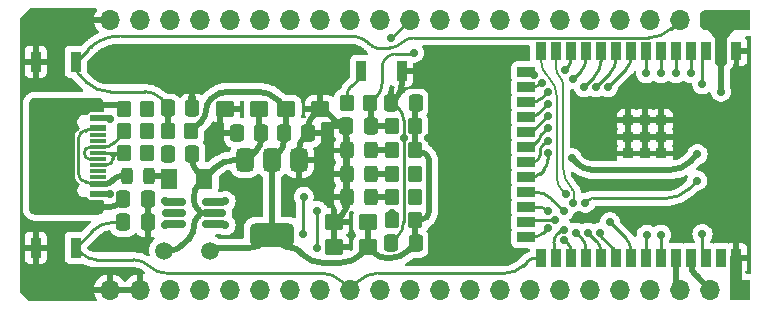
<source format=gtl>
%TF.GenerationSoftware,KiCad,Pcbnew,8.0.4*%
%TF.CreationDate,2024-11-09T01:04:21+01:00*%
%TF.ProjectId,NatSi-DevKit,4e617453-692d-4446-9576-4b69742e6b69,v1.0.0*%
%TF.SameCoordinates,Original*%
%TF.FileFunction,Copper,L1,Top*%
%TF.FilePolarity,Positive*%
%FSLAX46Y46*%
G04 Gerber Fmt 4.6, Leading zero omitted, Abs format (unit mm)*
G04 Created by KiCad (PCBNEW 8.0.4) date 2024-11-09 01:04:21*
%MOMM*%
%LPD*%
G01*
G04 APERTURE LIST*
G04 Aperture macros list*
%AMRoundRect*
0 Rectangle with rounded corners*
0 $1 Rounding radius*
0 $2 $3 $4 $5 $6 $7 $8 $9 X,Y pos of 4 corners*
0 Add a 4 corners polygon primitive as box body*
4,1,4,$2,$3,$4,$5,$6,$7,$8,$9,$2,$3,0*
0 Add four circle primitives for the rounded corners*
1,1,$1+$1,$2,$3*
1,1,$1+$1,$4,$5*
1,1,$1+$1,$6,$7*
1,1,$1+$1,$8,$9*
0 Add four rect primitives between the rounded corners*
20,1,$1+$1,$2,$3,$4,$5,0*
20,1,$1+$1,$4,$5,$6,$7,0*
20,1,$1+$1,$6,$7,$8,$9,0*
20,1,$1+$1,$8,$9,$2,$3,0*%
G04 Aperture macros list end*
%TA.AperFunction,Conductor*%
%ADD10C,0.200000*%
%TD*%
%TA.AperFunction,SMDPad,CuDef*%
%ADD11RoundRect,0.250000X-0.350000X-0.450000X0.350000X-0.450000X0.350000X0.450000X-0.350000X0.450000X0*%
%TD*%
%TA.AperFunction,SMDPad,CuDef*%
%ADD12RoundRect,0.250000X-0.325000X-0.450000X0.325000X-0.450000X0.325000X0.450000X-0.325000X0.450000X0*%
%TD*%
%TA.AperFunction,SMDPad,CuDef*%
%ADD13RoundRect,0.162500X-0.837500X-0.162500X0.837500X-0.162500X0.837500X0.162500X-0.837500X0.162500X0*%
%TD*%
%TA.AperFunction,SMDPad,CuDef*%
%ADD14RoundRect,0.250000X0.537500X0.425000X-0.537500X0.425000X-0.537500X-0.425000X0.537500X-0.425000X0*%
%TD*%
%TA.AperFunction,ComponentPad*%
%ADD15C,1.500000*%
%TD*%
%TA.AperFunction,SMDPad,CuDef*%
%ADD16RoundRect,0.250000X0.337500X0.475000X-0.337500X0.475000X-0.337500X-0.475000X0.337500X-0.475000X0*%
%TD*%
%TA.AperFunction,SMDPad,CuDef*%
%ADD17R,0.900000X0.900000*%
%TD*%
%TA.AperFunction,SMDPad,CuDef*%
%ADD18R,0.900000X1.500000*%
%TD*%
%TA.AperFunction,SMDPad,CuDef*%
%ADD19R,1.500000X0.900000*%
%TD*%
%TA.AperFunction,SMDPad,CuDef*%
%ADD20R,0.900000X1.700000*%
%TD*%
%TA.AperFunction,SMDPad,CuDef*%
%ADD21RoundRect,0.250000X-0.337500X-0.475000X0.337500X-0.475000X0.337500X0.475000X-0.337500X0.475000X0*%
%TD*%
%TA.AperFunction,SMDPad,CuDef*%
%ADD22RoundRect,0.375000X-0.375000X0.625000X-0.375000X-0.625000X0.375000X-0.625000X0.375000X0.625000X0*%
%TD*%
%TA.AperFunction,SMDPad,CuDef*%
%ADD23RoundRect,0.500000X-1.400000X0.500000X-1.400000X-0.500000X1.400000X-0.500000X1.400000X0.500000X0*%
%TD*%
%TA.AperFunction,SMDPad,CuDef*%
%ADD24RoundRect,0.243750X0.243750X0.456250X-0.243750X0.456250X-0.243750X-0.456250X0.243750X-0.456250X0*%
%TD*%
%TA.AperFunction,SMDPad,CuDef*%
%ADD25RoundRect,0.250000X0.350000X0.450000X-0.350000X0.450000X-0.350000X-0.450000X0.350000X-0.450000X0*%
%TD*%
%TA.AperFunction,SMDPad,CuDef*%
%ADD26RoundRect,0.250000X-0.537500X-0.425000X0.537500X-0.425000X0.537500X0.425000X-0.537500X0.425000X0*%
%TD*%
%TA.AperFunction,ComponentPad*%
%ADD27O,1.700000X0.900000*%
%TD*%
%TA.AperFunction,ComponentPad*%
%ADD28O,2.000000X0.900000*%
%TD*%
%TA.AperFunction,SMDPad,CuDef*%
%ADD29R,1.320000X0.300000*%
%TD*%
%TA.AperFunction,SMDPad,CuDef*%
%ADD30R,1.320000X0.600000*%
%TD*%
%TA.AperFunction,SMDPad,CuDef*%
%ADD31RoundRect,0.250001X0.462499X0.624999X-0.462499X0.624999X-0.462499X-0.624999X0.462499X-0.624999X0*%
%TD*%
%TA.AperFunction,ComponentPad*%
%ADD32O,1.700000X1.700000*%
%TD*%
%TA.AperFunction,ComponentPad*%
%ADD33R,1.700000X1.700000*%
%TD*%
%TA.AperFunction,ViaPad*%
%ADD34C,0.700000*%
%TD*%
%TA.AperFunction,Conductor*%
%ADD35C,0.500000*%
%TD*%
%TA.AperFunction,Conductor*%
%ADD36C,0.250000*%
%TD*%
%TA.AperFunction,Conductor*%
%ADD37C,0.400000*%
%TD*%
%TA.AperFunction,Conductor*%
%ADD38C,1.000000*%
%TD*%
G04 APERTURE END LIST*
D10*
X172340000Y-89924000D02*
X172340000Y-89162000D01*
X172975000Y-89162000D01*
X172340000Y-89924000D01*
%TA.AperFunction,Conductor*%
G36*
X172340000Y-89924000D02*
G01*
X172340000Y-89162000D01*
X172975000Y-89162000D01*
X172340000Y-89924000D01*
G37*
%TD.AperFunction*%
X171451000Y-89955750D02*
X170816000Y-89193750D01*
X171451000Y-89193750D01*
X171451000Y-89955750D01*
%TA.AperFunction,Conductor*%
G36*
X171451000Y-89955750D02*
G01*
X170816000Y-89193750D01*
X171451000Y-89193750D01*
X171451000Y-89955750D01*
G37*
%TD.AperFunction*%
X172340000Y-92083000D02*
X172086000Y-92337000D01*
X171705000Y-92337000D01*
X171451000Y-92083000D01*
X171451000Y-87638000D01*
X172340000Y-87638000D01*
X172340000Y-92083000D01*
%TA.AperFunction,Conductor*%
G36*
X172340000Y-92083000D02*
G01*
X172086000Y-92337000D01*
X171705000Y-92337000D01*
X171451000Y-92083000D01*
X171451000Y-87638000D01*
X172340000Y-87638000D01*
X172340000Y-92083000D01*
G37*
%TD.AperFunction*%
X174245000Y-89162000D02*
X170435000Y-89162000D01*
X170181000Y-88908000D01*
X170181000Y-87892000D01*
X170435000Y-87638000D01*
X174245000Y-87638000D01*
X174245000Y-89162000D01*
%TA.AperFunction,Conductor*%
G36*
X174245000Y-89162000D02*
G01*
X170435000Y-89162000D01*
X170181000Y-88908000D01*
X170181000Y-87892000D01*
X170435000Y-87638000D01*
X174245000Y-87638000D01*
X174245000Y-89162000D01*
G37*
%TD.AperFunction*%
D11*
X146009600Y-105367200D03*
X144009600Y-105367200D03*
D12*
X142250000Y-99474400D03*
X140200000Y-99474400D03*
D13*
X128965000Y-103833000D03*
X128965000Y-104783000D03*
X128965000Y-105733000D03*
X125545000Y-105733000D03*
X125545000Y-104783000D03*
X125545000Y-103833000D03*
D14*
X129875000Y-95930000D03*
X132750000Y-95930000D03*
D15*
X124715000Y-107958000D03*
D16*
X125049100Y-99753800D03*
X127124100Y-99753800D03*
D14*
X139127100Y-105545000D03*
X142002100Y-105545000D03*
D16*
X134875000Y-97980000D03*
X136950000Y-97980000D03*
D12*
X142250000Y-103436800D03*
X140200000Y-103436800D03*
D17*
X164031000Y-99730000D03*
X165431000Y-99730000D03*
X166831000Y-99730000D03*
X164031000Y-98330000D03*
X165431000Y-98330000D03*
X166831000Y-98330000D03*
X166831000Y-98330000D03*
X164031000Y-96930000D03*
X164031000Y-96930000D03*
X165431000Y-96930000D03*
X166831000Y-96930000D03*
D18*
X173151000Y-108580000D03*
X171881000Y-108580000D03*
X170611000Y-108580000D03*
X169341000Y-108580000D03*
X168071000Y-108580000D03*
X166801000Y-108580000D03*
X165531000Y-108580000D03*
X164261000Y-108580000D03*
X162991000Y-108580000D03*
X161721000Y-108580000D03*
X160451000Y-108580000D03*
X159181000Y-108580000D03*
X157911000Y-108580000D03*
X156641000Y-108580000D03*
D19*
X155391000Y-106815000D03*
X155391000Y-105545000D03*
X155391000Y-104275000D03*
X155391000Y-103005000D03*
X155391000Y-101735000D03*
X155391000Y-100465000D03*
X155391000Y-99195000D03*
X155391000Y-97925000D03*
X155391000Y-96655000D03*
X155391000Y-95385000D03*
X155391000Y-94115000D03*
X155391000Y-92845000D03*
D18*
X156641000Y-91080000D03*
X157911000Y-91080000D03*
X159181000Y-91080000D03*
X160451000Y-91080000D03*
X161721000Y-91080000D03*
X162991000Y-91080000D03*
X164261000Y-91080000D03*
X165531000Y-91080000D03*
X166801000Y-91080000D03*
X168071000Y-91080000D03*
X169341000Y-91080000D03*
X170611000Y-91080000D03*
X171881000Y-91080000D03*
X173151000Y-91080000D03*
D20*
X141430000Y-92718000D03*
X144830000Y-92718000D03*
D16*
X121277500Y-103580000D03*
X123352500Y-103580000D03*
X143946700Y-107323000D03*
X146021700Y-107323000D03*
D14*
X139127100Y-107653200D03*
X142002100Y-107653200D03*
D21*
X132950000Y-97980000D03*
X130875000Y-97980000D03*
D20*
X117271000Y-91956000D03*
X113871000Y-91956000D03*
D21*
X127098700Y-95893000D03*
X125023700Y-95893000D03*
D22*
X131562500Y-100298400D03*
D23*
X133862500Y-106598400D03*
D22*
X133862500Y-100298400D03*
X136162500Y-100298400D03*
D24*
X121577500Y-101630000D03*
X123452500Y-101630000D03*
D25*
X143984200Y-103436800D03*
X145984200Y-103436800D03*
D15*
X128652000Y-107958000D03*
D21*
X123364900Y-105570400D03*
X121289900Y-105570400D03*
D11*
X145984200Y-97425600D03*
X143984200Y-97425600D03*
D20*
X117271000Y-107704000D03*
X113871000Y-107704000D03*
D12*
X142250000Y-101455600D03*
X140200000Y-101455600D03*
D11*
X123315000Y-99730000D03*
X121315000Y-99730000D03*
X123315000Y-97830000D03*
X121315000Y-97830000D03*
D21*
X142237100Y-97417000D03*
X140162100Y-97417000D03*
D11*
X142199600Y-95461200D03*
X140199600Y-95461200D03*
D25*
X143984200Y-99474400D03*
X145984200Y-99474400D03*
D16*
X143946700Y-95461200D03*
X146021700Y-95461200D03*
D26*
X137950000Y-95930000D03*
X135075000Y-95930000D03*
D25*
X143984200Y-101455600D03*
X145984200Y-101455600D03*
D11*
X127035800Y-97823400D03*
X125035800Y-97823400D03*
D27*
X114301000Y-104278000D03*
X114301000Y-95628000D03*
D28*
X118471000Y-104278000D03*
X118471000Y-95628000D03*
D29*
X119141000Y-98203000D03*
X119141000Y-99203000D03*
X119141000Y-100703000D03*
X119141000Y-101703000D03*
D30*
X119141000Y-102353000D03*
X119141000Y-103153000D03*
D29*
X119141000Y-101203000D03*
X119141000Y-100203000D03*
X119141000Y-99703000D03*
X119141000Y-98703000D03*
D30*
X119141000Y-97553000D03*
X119141000Y-96753000D03*
D11*
X123315000Y-95927800D03*
X121315000Y-95927800D03*
D31*
X125157900Y-101862000D03*
X128132900Y-101862000D03*
D32*
X120143000Y-88400000D03*
X122683000Y-88400000D03*
X125223000Y-88400000D03*
X127763000Y-88400000D03*
X130303000Y-88400000D03*
X132843000Y-88400000D03*
X135383000Y-88400000D03*
X137923000Y-88400000D03*
X140463000Y-88400000D03*
X143003000Y-88400000D03*
X145543000Y-88400000D03*
X148083000Y-88400000D03*
X150623000Y-88400000D03*
X153163000Y-88400000D03*
X155703000Y-88400000D03*
X158243000Y-88400000D03*
X160783000Y-88400000D03*
X163323000Y-88400000D03*
X165863000Y-88400000D03*
X168403000Y-88400000D03*
X170943000Y-88400000D03*
D33*
X173483000Y-88400000D03*
D32*
X120143000Y-111260000D03*
X122683000Y-111260000D03*
X125223000Y-111260000D03*
X127763000Y-111260000D03*
X130303000Y-111260000D03*
X132843000Y-111260000D03*
X135383000Y-111260000D03*
X137923000Y-111260000D03*
X140463000Y-111260000D03*
X143003000Y-111260000D03*
X145543000Y-111260000D03*
X148083000Y-111260000D03*
X150623000Y-111260000D03*
X153163000Y-111260000D03*
X155703000Y-111260000D03*
X158243000Y-111260000D03*
X160783000Y-111260000D03*
X163323000Y-111260000D03*
X165863000Y-111260000D03*
X168403000Y-111260000D03*
X170943000Y-111260000D03*
D33*
X173483000Y-111260000D03*
D34*
X170308000Y-93861000D03*
X156719000Y-93734000D03*
X158751000Y-103157000D03*
X129922000Y-103767000D03*
X129922000Y-105799000D03*
X159346000Y-103894000D03*
X127074000Y-95004000D03*
X125477000Y-104783000D03*
X160148000Y-105214800D03*
X132614400Y-103386000D03*
X169860600Y-97620400D03*
X140200000Y-99474400D03*
X130938000Y-97925000D03*
X160576600Y-102420800D03*
X123318000Y-95893000D03*
X129875000Y-95930000D03*
X172108200Y-106738800D03*
X137950000Y-95930000D03*
X125019800Y-99728400D03*
X135256000Y-103386000D03*
X173151000Y-91080000D03*
X123343400Y-105621200D03*
X140155000Y-104148000D03*
X145009600Y-98433000D03*
X131011000Y-106561000D03*
X120143000Y-96782000D03*
X120140000Y-103145813D03*
X147041600Y-98458400D03*
X143965552Y-89977448D03*
X145870000Y-91194000D03*
X158642002Y-92674598D03*
X136526000Y-106561000D03*
X158547800Y-104605200D03*
X145695400Y-101836600D03*
X136551400Y-103386000D03*
X158546899Y-106169102D03*
X158621045Y-107066045D03*
X168072800Y-92921200D03*
X169342800Y-92921200D03*
X157227000Y-97544000D03*
X157221061Y-98655799D03*
X157227000Y-95512000D03*
X159259000Y-100130000D03*
X145984200Y-97425600D03*
X169886000Y-99795000D03*
X171857400Y-94496000D03*
X166802800Y-92921200D03*
X157227000Y-96528000D03*
X169860600Y-102020400D03*
X165562002Y-92921200D03*
X144019000Y-104757600D03*
X160402000Y-103894000D03*
X127128000Y-99830000D03*
X124842000Y-103767000D03*
X123318000Y-99703000D03*
X166802800Y-106611800D03*
X161672000Y-106434000D03*
X157227000Y-94496000D03*
X161291000Y-94115000D03*
X160275000Y-94115000D03*
X159640000Y-106434000D03*
X157791935Y-105352391D03*
X162307000Y-94115000D03*
X157227000Y-106053000D03*
X162459400Y-105545000D03*
X171881000Y-108580000D03*
X156007540Y-93059000D03*
X165583600Y-106637200D03*
X159360600Y-93429200D03*
X170308000Y-106561000D03*
X160656000Y-106434000D03*
X157227000Y-99703000D03*
X123318000Y-97798000D03*
X124842000Y-105799000D03*
X145710000Y-103055800D03*
X137716220Y-104608780D03*
X137669000Y-107704000D03*
X157227000Y-104616000D03*
D35*
X125023700Y-95599668D02*
X125023700Y-95642180D01*
D36*
X170308000Y-93861000D02*
X170308000Y-91593576D01*
D35*
X125023700Y-96250097D02*
X125023700Y-96284106D01*
D36*
X118549871Y-90692600D02*
X118619809Y-90635203D01*
X165776028Y-89938844D02*
X145871819Y-89938844D01*
X125065000Y-95930000D02*
X125023700Y-95888700D01*
D35*
X125023700Y-95514643D02*
X125023700Y-95540150D01*
D36*
X142656478Y-90777352D02*
X143847482Y-90777352D01*
X170609300Y-91085200D02*
X170612800Y-91085200D01*
D35*
X125023700Y-96892025D02*
X125023700Y-97070574D01*
X125023700Y-96619950D02*
X125023700Y-96713476D01*
X125023700Y-95990777D02*
X125023700Y-95999279D01*
D36*
X140799171Y-89819790D02*
X140721427Y-89809554D01*
D35*
X125023700Y-97802744D02*
X125023700Y-97664097D01*
D36*
X167633578Y-89169422D02*
X168403000Y-88400000D01*
X142005794Y-90341574D02*
X141943585Y-90293838D01*
X124461350Y-95058350D02*
X124927427Y-95524427D01*
D35*
X125023700Y-95642180D02*
X125023700Y-95688943D01*
X125023700Y-96216088D02*
X125023700Y-96250097D01*
X125023700Y-95688943D02*
X125023700Y-95824981D01*
D36*
X142236037Y-90554035D02*
X142319966Y-90637964D01*
D35*
X125023700Y-96602944D02*
X125023700Y-96611447D01*
X125023700Y-97386803D02*
X125023700Y-97070574D01*
X125023700Y-96148070D02*
X125023700Y-96216088D01*
D36*
X123103717Y-94496000D02*
X120130403Y-94496000D01*
X120685630Y-89807955D02*
X120595590Y-89816822D01*
D35*
X125023700Y-96352125D02*
X125023700Y-96522172D01*
D36*
X118108500Y-93658500D02*
X117576823Y-93126823D01*
D35*
X125023700Y-96713476D02*
X125023700Y-96892025D01*
X125023700Y-96046041D02*
X125023700Y-96080050D01*
X125023700Y-95540150D02*
X125023700Y-95557156D01*
X125029750Y-97817350D02*
X125035800Y-97823400D01*
X125023700Y-95893000D02*
X125023700Y-95914256D01*
X125023700Y-96114059D02*
X125023700Y-96148070D01*
D36*
X121047131Y-89797000D02*
X140408389Y-89797000D01*
D35*
X125023700Y-96611447D02*
X125023700Y-96619950D01*
D36*
X125023700Y-95365854D02*
X125023700Y-95399863D01*
D35*
X125023700Y-96012032D02*
X125023700Y-95999279D01*
X125023700Y-95514643D02*
X125023700Y-95501890D01*
X125023700Y-97386803D02*
X125023700Y-97664097D01*
X125023700Y-95557156D02*
X125023700Y-95599668D01*
X125023700Y-95956768D02*
X125023700Y-95982275D01*
D36*
X125023700Y-95893000D02*
X125023700Y-95756850D01*
D35*
X125023700Y-95982275D02*
X125023700Y-95990777D01*
X125023700Y-95824981D02*
X125023700Y-95893000D01*
X125023700Y-96284106D02*
X125023700Y-96352125D01*
X125023700Y-95914256D02*
X125023700Y-95956768D01*
X125023700Y-96012032D02*
X125023700Y-96046041D01*
D36*
X170456900Y-91234100D02*
X170603326Y-91087674D01*
D35*
X125023700Y-96602944D02*
X125023700Y-96522172D01*
D36*
X117576823Y-91650176D02*
X118286516Y-90940483D01*
D35*
X125023700Y-96080050D02*
X125023700Y-96114059D01*
D36*
X120685630Y-89807955D02*
G75*
G02*
X120866163Y-89798043I204570J-2076845D01*
G01*
X117271000Y-92388500D02*
G75*
G03*
X117576833Y-93126813I1044100J0D01*
G01*
X120238015Y-89869860D02*
G75*
G02*
X120595590Y-89816822I718585J-3612740D01*
G01*
X142236037Y-90554035D02*
G75*
G03*
X142124298Y-90443949I-7455637J-7455865D01*
G01*
X142656478Y-90777352D02*
G75*
G02*
X142319966Y-90637964I22J475952D01*
G01*
X117576823Y-91650176D02*
G75*
G03*
X117270985Y-92388500I738277J-738324D01*
G01*
X118549871Y-90692600D02*
G75*
G03*
X118415211Y-90813251I1322829J-1611900D01*
G01*
X120238015Y-89869860D02*
G75*
G03*
X119887358Y-89957689I718585J-3612840D01*
G01*
X121047131Y-89797000D02*
G75*
G03*
X120866163Y-89798043I-231J-15654800D01*
G01*
X170603326Y-91087674D02*
G75*
G02*
X170609300Y-91085185I5974J-5926D01*
G01*
X165776028Y-89938844D02*
G75*
G03*
X167633558Y-89169402I-28J2626944D01*
G01*
X140799171Y-89819790D02*
G75*
G02*
X141106177Y-89880858I-312271J-2372110D01*
G01*
X118286516Y-90940483D02*
G75*
G02*
X118415212Y-90813252I11169884J-11169817D01*
G01*
X124461350Y-95058350D02*
G75*
G03*
X123103717Y-94495993I-1357650J-1357650D01*
G01*
X170456900Y-91234100D02*
G75*
G03*
X170307990Y-91593576I359500J-359500D01*
G01*
X119220219Y-90234025D02*
G75*
G03*
X118910160Y-90419866I1736381J-3248575D01*
G01*
X142124298Y-90443949D02*
G75*
G03*
X142005791Y-90341578I-941098J-969651D01*
G01*
X144859651Y-90358098D02*
G75*
G02*
X143847482Y-90777331I-1012151J1012198D01*
G01*
X144859651Y-90358098D02*
G75*
G02*
X145871819Y-89938868I1012149J-1012202D01*
G01*
X118108500Y-93658500D02*
G75*
G03*
X120130403Y-94495998I2021900J2021900D01*
G01*
X140721427Y-89809554D02*
G75*
G03*
X140565244Y-89798162I-176027J-1337046D01*
G01*
X118910160Y-90419866D02*
G75*
G03*
X118619809Y-90635203I2046140J-3062334D01*
G01*
X119220219Y-90234025D02*
G75*
G02*
X119547001Y-90079472I1736081J-3247975D01*
G01*
X140408389Y-89797000D02*
G75*
G02*
X140565244Y-89798158I111J-10605600D01*
G01*
X141943585Y-90293838D02*
G75*
G03*
X141683318Y-90119932I-1456685J-1898362D01*
G01*
X141402583Y-89981481D02*
G75*
G02*
X141683320Y-90119929I-915683J-2210619D01*
G01*
D35*
X125023700Y-97802744D02*
G75*
G03*
X125029763Y-97817337I20700J44D01*
G01*
D36*
X141106176Y-89880860D02*
G75*
G02*
X141402583Y-89981481I-619276J-2311140D01*
G01*
X119887359Y-89957692D02*
G75*
G03*
X119547002Y-90079473I1069041J-3524308D01*
G01*
X125023700Y-95756850D02*
G75*
G03*
X124927403Y-95524451I-328700J-50D01*
G01*
X118890000Y-98705000D02*
X119195000Y-98705000D01*
X156068593Y-94115000D02*
X155391000Y-94115000D01*
X156719000Y-93734000D02*
X156528500Y-93924500D01*
X156528500Y-93924500D02*
G75*
G02*
X156068593Y-94114997I-459900J459900D01*
G01*
D35*
X120940000Y-103917500D02*
X121277500Y-103580000D01*
X120125203Y-104255000D02*
X118285000Y-104255000D01*
X120763946Y-95605000D02*
X118285000Y-95605000D01*
X121153600Y-95766400D02*
X121315000Y-95927800D01*
X121153600Y-95766400D02*
G75*
G03*
X120763946Y-95604952I-389700J-389600D01*
G01*
X120125203Y-104255000D02*
G75*
G03*
X120939999Y-103917499I-3J1152300D01*
G01*
D36*
X119825290Y-100703000D02*
X119141000Y-100703000D01*
X120651000Y-99703000D02*
X120397000Y-99957000D01*
X120251655Y-100513445D02*
X120229550Y-100535550D01*
X120651000Y-99703000D02*
X121268909Y-99703000D01*
X120143000Y-99703000D02*
X119141000Y-99703000D01*
X120397000Y-99703000D02*
X120143000Y-99703000D01*
X120397000Y-99957000D02*
X120397000Y-100162550D01*
X121301500Y-99716500D02*
X121315000Y-99730000D01*
X120651000Y-99703000D02*
X120397000Y-99703000D01*
X120397000Y-99703000D02*
X120397000Y-99957000D01*
X120397000Y-99957000D02*
X120143000Y-99703000D01*
X119825290Y-100703000D02*
G75*
G03*
X120229553Y-100535553I10J571700D01*
G01*
X120251655Y-100513445D02*
G75*
G03*
X120396977Y-100162550I-350855J350845D01*
G01*
X121268909Y-99703000D02*
G75*
G02*
X121301498Y-99716502I-9J-46100D01*
G01*
X118757394Y-99203000D02*
X118693131Y-99203000D01*
X118564605Y-99203000D02*
X118500342Y-99203000D01*
X118866578Y-99203000D02*
X118860024Y-99203000D01*
X118476244Y-99203000D02*
X118460178Y-99203000D01*
X119089526Y-99203000D02*
X119081000Y-99203000D01*
X117984000Y-99622948D02*
X117984000Y-99783051D01*
X119602250Y-99203000D02*
X119594750Y-99203000D01*
X119362250Y-99203000D02*
X119321000Y-99203000D01*
X118403949Y-99203000D02*
X118411981Y-99203000D01*
X118460178Y-99203000D02*
X118444112Y-99203000D01*
X119576000Y-99203000D02*
X119546000Y-99203000D01*
X118860024Y-99203000D02*
X118770183Y-99203000D01*
X118693131Y-99203000D02*
X118628868Y-99203000D01*
X121315000Y-97909500D02*
X121315000Y-97830000D01*
X119467250Y-99203000D02*
X119459750Y-99203000D01*
X119081000Y-99203000D02*
X119072474Y-99203000D01*
X118403949Y-100203000D02*
X119141000Y-100203000D01*
X119072474Y-99203000D02*
X119063948Y-99203000D01*
X119576000Y-99203000D02*
X119587250Y-99203000D01*
X119437250Y-99203000D02*
X119459750Y-99203000D01*
X119602250Y-99203000D02*
X119609750Y-99203000D01*
X119617250Y-99203000D02*
X119609750Y-99203000D01*
X119063948Y-99203000D02*
X119044605Y-99203000D01*
X119321000Y-99203000D02*
X119201000Y-99203000D01*
X119516000Y-99203000D02*
X119486000Y-99203000D01*
X118444112Y-99203000D02*
X118428046Y-99203000D01*
X118969526Y-99203000D02*
X118866578Y-99203000D01*
X119113131Y-99203000D02*
X119089526Y-99203000D01*
X119399750Y-99203000D02*
X119362250Y-99203000D01*
X118428046Y-99203000D02*
X118411981Y-99203000D01*
X121258786Y-98045214D02*
X120440412Y-98863588D01*
X119168868Y-99203000D02*
X119201000Y-99203000D01*
X119044605Y-99203000D02*
X118997394Y-99203000D01*
X119474750Y-99203000D02*
X119486000Y-99203000D01*
X118997394Y-99203000D02*
X118969526Y-99203000D01*
X119168868Y-99203000D02*
X119113131Y-99203000D01*
X119594750Y-99203000D02*
X119587250Y-99203000D01*
X119546000Y-99203000D02*
X119516000Y-99203000D01*
X118476244Y-99203000D02*
X118500342Y-99203000D01*
X118628868Y-99203000D02*
X118564605Y-99203000D01*
X118757394Y-99203000D02*
X118770183Y-99203000D01*
X119437250Y-99203000D02*
X119399750Y-99203000D01*
X119621000Y-99203000D02*
X119617250Y-99203000D01*
X119474750Y-99203000D02*
X119467250Y-99203000D01*
X121258786Y-98045214D02*
G75*
G03*
X121315009Y-97909500I-135686J135714D01*
G01*
X118403949Y-100203000D02*
G75*
G02*
X118107015Y-100079985I51J420000D01*
G01*
X119621000Y-99203000D02*
G75*
G03*
X120440407Y-98863583I0J1158800D01*
G01*
X117984000Y-99622948D02*
G75*
G02*
X118106986Y-99325986I419900J48D01*
G01*
X117984000Y-99783051D02*
G75*
G03*
X118107015Y-100079985I420000J51D01*
G01*
X118107000Y-99326000D02*
G75*
G02*
X118403949Y-99203020I296900J-296900D01*
G01*
D10*
X158751000Y-103157000D02*
X158370000Y-102776000D01*
D36*
X129635000Y-103800000D02*
X129668000Y-103767000D01*
D37*
X129283500Y-103833000D02*
X129809331Y-103833000D01*
D10*
X157192544Y-93191543D02*
X157315001Y-93313999D01*
X156641000Y-91860000D02*
X156641000Y-91080000D01*
D36*
X129555331Y-103833000D02*
X129283500Y-103833000D01*
D10*
X157989000Y-101856184D02*
X157989000Y-94941179D01*
D37*
X129922000Y-103767000D02*
X129889000Y-103800000D01*
D36*
X129635000Y-103800000D02*
G75*
G02*
X129555331Y-103833013I-79700J79700D01*
G01*
D37*
X129283500Y-103833000D02*
X129283500Y-103833000D01*
D10*
X156641000Y-91860000D02*
G75*
G03*
X157192541Y-93191546I1883100J0D01*
G01*
X157989000Y-94941179D02*
G75*
G03*
X157314994Y-93314006I-2301200J-21D01*
G01*
X157989000Y-101856184D02*
G75*
G03*
X158369995Y-102776005I1300800J-16D01*
G01*
D37*
X129809331Y-103833000D02*
G75*
G03*
X129888991Y-103799991I-31J112700D01*
G01*
D36*
X156210250Y-108580000D02*
X156641000Y-108580000D01*
X138078172Y-109863000D02*
X124888224Y-109863000D01*
X117779000Y-108212000D02*
X117271000Y-107704000D01*
X118738046Y-106236954D02*
X117271000Y-107704000D01*
X120347250Y-105570400D02*
X121289900Y-105570400D01*
X142847829Y-109863000D02*
X153589282Y-109863000D01*
X119005421Y-108720000D02*
X122128777Y-108720000D01*
X155138000Y-109221500D02*
X155474914Y-108884586D01*
X139764500Y-110561500D02*
G75*
G03*
X138078172Y-109863012I-1686300J-1686300D01*
G01*
X139764500Y-110561500D02*
G75*
G03*
X141161500Y-110561500I698500J698501D01*
G01*
X155474914Y-108884586D02*
G75*
G02*
X156210250Y-108580029I735286J-735314D01*
G01*
X155138000Y-109221500D02*
G75*
G02*
X153589282Y-109862993I-1548700J1548700D01*
G01*
X118738046Y-106236954D02*
G75*
G02*
X120347250Y-105570448I1609154J-1609246D01*
G01*
X122128777Y-108720000D02*
G75*
G02*
X123508507Y-109291493I23J-1951200D01*
G01*
X117779000Y-108212000D02*
G75*
G03*
X119005421Y-108719992I1226400J1226400D01*
G01*
X142847829Y-109863000D02*
G75*
G03*
X141161492Y-110561492I-29J-2384800D01*
G01*
X124888224Y-109863000D02*
G75*
G02*
X123508493Y-109291507I-24J1951200D01*
G01*
D35*
X169341000Y-109119000D02*
X169341000Y-108580000D01*
X169722131Y-110039130D02*
X170943000Y-111260000D01*
X169341000Y-109119000D02*
G75*
G03*
X169722122Y-110039139I1301300J0D01*
G01*
D10*
X157911000Y-92484474D02*
X157911000Y-91080000D01*
X158497000Y-93899203D02*
X158497000Y-100842952D01*
X159373500Y-103866500D02*
X159346000Y-103894000D01*
D37*
X129922000Y-105799000D02*
X129889000Y-105766000D01*
D10*
X159401000Y-103800109D02*
X159401000Y-102953371D01*
X159303718Y-102790476D02*
X159354603Y-102841360D01*
D37*
X129809331Y-105733000D02*
X128965000Y-105733000D01*
D10*
X158497000Y-100842952D02*
G75*
G03*
X159303704Y-102790490I2754100J-48D01*
G01*
X159401000Y-102953371D02*
G75*
G03*
X159354587Y-102841376I-158400J-29D01*
G01*
X159373500Y-103866500D02*
G75*
G03*
X159401004Y-103800109I-66400J66400D01*
G01*
X158204000Y-93191839D02*
G75*
G02*
X158496987Y-93899203I-707400J-707361D01*
G01*
X158204000Y-93191839D02*
G75*
G02*
X157911028Y-92484474I707400J707339D01*
G01*
D37*
X129809331Y-105733000D02*
G75*
G02*
X129888991Y-105766009I-31J-112700D01*
G01*
D35*
X168071000Y-110693240D02*
X168071000Y-108580000D01*
X168237000Y-111094000D02*
X168403000Y-111260000D01*
X168237000Y-111094000D02*
G75*
G02*
X168070983Y-110693240I400800J400800D01*
G01*
X139537977Y-97253976D02*
X138307339Y-96023338D01*
X129875000Y-95930000D02*
X129487000Y-96318000D01*
D36*
X143996525Y-95461200D02*
X144046350Y-95461200D01*
D35*
X120136407Y-103149406D02*
X120140000Y-103145813D01*
X137321232Y-96558768D02*
X137856662Y-96023338D01*
X129487000Y-96318000D02*
X129487000Y-97798000D01*
D38*
X173317000Y-111094000D02*
X173483000Y-111260000D01*
D35*
X140200000Y-103954450D02*
X140200000Y-103463599D01*
X120143000Y-96782000D02*
X120128500Y-96767500D01*
D36*
X145009600Y-105508516D02*
X145009600Y-96935457D01*
X144577801Y-95892999D02*
X144216464Y-95531663D01*
D38*
X173151000Y-110693240D02*
X173151000Y-108580000D01*
D36*
X144478150Y-106791550D02*
X143946700Y-107323000D01*
D35*
X136556250Y-98373750D02*
X136578769Y-98351231D01*
X120127732Y-103153000D02*
X119141000Y-103153000D01*
X139833967Y-104838133D02*
X139127100Y-105545000D01*
X120093494Y-96753000D02*
X119141000Y-96753000D01*
X136162500Y-99657407D02*
X136162500Y-99324346D01*
X144388350Y-95019550D02*
X143981932Y-95425968D01*
X140162100Y-103372100D02*
X140162100Y-97647550D01*
X144830000Y-93953312D02*
X144830000Y-92718000D01*
X120093494Y-96753000D02*
G75*
G02*
X120128502Y-96767498I6J-49500D01*
G01*
X136162500Y-99657407D02*
G75*
G02*
X135709248Y-100751648I-1547500J7D01*
G01*
X140181050Y-103417850D02*
G75*
G02*
X140162100Y-103372100I45750J45750D01*
G01*
X120136407Y-103149406D02*
G75*
G02*
X120127732Y-103153013I-8707J8706D01*
G01*
X139537977Y-97253976D02*
G75*
G03*
X139931550Y-97417034I393623J393576D01*
G01*
D36*
X144577801Y-95892999D02*
G75*
G02*
X145009619Y-96935457I-1042501J-1042501D01*
G01*
D35*
X143996525Y-95461200D02*
G75*
G02*
X143981966Y-95426002I-25J20600D01*
G01*
X138082000Y-95930000D02*
G75*
G03*
X137856657Y-96023333I0J-318700D01*
G01*
X144388350Y-95019550D02*
G75*
G03*
X144830005Y-93953312I-1066250J1066250D01*
G01*
X139931550Y-97417000D02*
G75*
G02*
X140162100Y-97647550I50J-230500D01*
G01*
X140181050Y-103417850D02*
G75*
G02*
X140200000Y-103463599I-45750J-45750D01*
G01*
X136950000Y-97455000D02*
G75*
G02*
X136578777Y-98351239I-1267500J0D01*
G01*
X137321232Y-96558768D02*
G75*
G03*
X136950011Y-97455000I896268J-896232D01*
G01*
D38*
X173317000Y-111094000D02*
G75*
G02*
X173150983Y-110693240I400800J400800D01*
G01*
D35*
X140200000Y-103954450D02*
G75*
G02*
X139833988Y-104838154I-1249700J-50D01*
G01*
X136556250Y-98373750D02*
G75*
G03*
X136162549Y-99324346I950650J-950550D01*
G01*
X138082000Y-95930000D02*
G75*
G02*
X138307343Y-96023334I0J-318700D01*
G01*
D36*
X145009600Y-105508516D02*
G75*
G02*
X144478145Y-106791545I-1814500J16D01*
G01*
X144046350Y-95461200D02*
G75*
G02*
X144216493Y-95531634I50J-240600D01*
G01*
X142218532Y-97398432D02*
X142218350Y-97398250D01*
X142239653Y-97419552D02*
X142239921Y-97419820D01*
X142238780Y-97418678D02*
X142238982Y-97418880D01*
X142231261Y-97411161D02*
X142231724Y-97411624D01*
X142240795Y-97420695D02*
X142240593Y-97420493D01*
X142222033Y-97401933D02*
X142221693Y-97401593D01*
X142223780Y-97403680D02*
X142225867Y-97405767D01*
X142236025Y-97415924D02*
X142236764Y-97416663D01*
X142226267Y-97406167D02*
X142227555Y-97407455D01*
X142230839Y-97410739D02*
X142231220Y-97411120D01*
X142240795Y-97420695D02*
X142240929Y-97420829D01*
X145870000Y-91194000D02*
X145806500Y-91257500D01*
X142223780Y-97403680D02*
X142222971Y-97402871D01*
D35*
X142245700Y-97425600D02*
X142237100Y-97417000D01*
X143984200Y-97425600D02*
X142245700Y-97425600D01*
D36*
X142238376Y-97418275D02*
X142238106Y-97418005D01*
X142230458Y-97410358D02*
X142230839Y-97410739D01*
X159181000Y-91754470D02*
X159181000Y-91080000D01*
X142230458Y-97410358D02*
X142230036Y-97409936D01*
X143203000Y-92405012D02*
X143203000Y-93748289D01*
X142240929Y-97420829D02*
X142241063Y-97420963D01*
X142238376Y-97418275D02*
X142238780Y-97418678D01*
X142239519Y-97419418D02*
X142239653Y-97419552D01*
X142236764Y-97416663D02*
X142237435Y-97417334D01*
X142228811Y-97408711D02*
X142230036Y-97409936D01*
X142233875Y-97413775D02*
X142233222Y-97413122D01*
X142227586Y-97407486D02*
X142228811Y-97408711D01*
X142218532Y-97398432D02*
X142218897Y-97398797D01*
X142232378Y-97412278D02*
X142233222Y-97413122D01*
X142251782Y-97425600D02*
X143984200Y-97425600D01*
X142241197Y-97421097D02*
X142241063Y-97420963D01*
X142701300Y-94959500D02*
X142450450Y-95210350D01*
X142219707Y-97399607D02*
X142220229Y-97400128D01*
X142219185Y-97399085D02*
X142219707Y-97399607D01*
X142231724Y-97411624D02*
X142232187Y-97412087D01*
X142232187Y-97412087D02*
X142232378Y-97412278D01*
X142220544Y-97400443D02*
X142221693Y-97401593D01*
X142222502Y-97402402D02*
X142222971Y-97402871D01*
X142233875Y-97413775D02*
X142236025Y-97415924D01*
D35*
X142237100Y-95498700D02*
X142199600Y-95461200D01*
D36*
X142220229Y-97400128D02*
X142220544Y-97400443D01*
X143965552Y-89977448D02*
X145453198Y-88489802D01*
X142225867Y-97405767D02*
X142226267Y-97406167D01*
X142222033Y-97401933D02*
X142222502Y-97402402D01*
X142218897Y-97398797D02*
X142219185Y-97399085D01*
X158642002Y-92674598D02*
X158911501Y-92405099D01*
X144287012Y-91321000D02*
X145653197Y-91321000D01*
X142240056Y-97419955D02*
X142239921Y-97419820D01*
X142237435Y-97417334D02*
X142238106Y-97418005D01*
X142240056Y-97419955D02*
X142240593Y-97420493D01*
X142241400Y-97421300D02*
X142241332Y-97421232D01*
X142199600Y-97352983D02*
X142199600Y-95815955D01*
X145543000Y-88527000D02*
X145543000Y-88654000D01*
D35*
X142237100Y-97417000D02*
X142237100Y-95498700D01*
D36*
X142227555Y-97407455D02*
X142227586Y-97407486D01*
X142231220Y-97411120D02*
X142231261Y-97411161D01*
X142241197Y-97421097D02*
X142241332Y-97421232D01*
X145543000Y-88527000D02*
G75*
G03*
X145453204Y-88489808I-52600J0D01*
G01*
X143520500Y-91638500D02*
G75*
G02*
X144287012Y-91321005I766500J-766500D01*
G01*
X143203000Y-93748289D02*
G75*
G02*
X142701303Y-94959503I-1712900J-11D01*
G01*
X142199600Y-97352983D02*
G75*
G03*
X142218345Y-97398255I64000J-17D01*
G01*
X145653197Y-91321000D02*
G75*
G03*
X145806501Y-91257501I3J216800D01*
G01*
X158911501Y-92405099D02*
G75*
G03*
X159180987Y-91754470I-650601J650599D01*
G01*
X143520500Y-91638500D02*
G75*
G03*
X143203005Y-92405012I766500J-766500D01*
G01*
X142251782Y-97425600D02*
G75*
G02*
X142241406Y-97421294I18J14700D01*
G01*
X142450450Y-95210350D02*
G75*
G03*
X142199552Y-95815955I605550J-605650D01*
G01*
X142239519Y-97419418D02*
G75*
G02*
X142238982Y-97418880I144181J144418D01*
G01*
X141430000Y-92933000D02*
X141430000Y-92718000D01*
X141277973Y-93300027D02*
X140582428Y-93995572D01*
X140199600Y-94919800D02*
X140199600Y-95461200D01*
X140582428Y-93995572D02*
G75*
G03*
X140199613Y-94919800I924272J-924228D01*
G01*
X141430000Y-92933000D02*
G75*
G02*
X141277982Y-93300036I-519100J0D01*
G01*
X136526000Y-103429360D02*
X136526000Y-106561000D01*
X136551400Y-103386000D02*
X136538700Y-103398700D01*
X156169300Y-103005000D02*
X155391000Y-103005000D01*
X157497942Y-103555341D02*
X158547800Y-104605200D01*
X146051000Y-101522400D02*
X145984200Y-101455600D01*
X136526000Y-103429360D02*
G75*
G02*
X136538712Y-103398712I43400J-40D01*
G01*
X157497942Y-103555341D02*
G75*
G03*
X156169300Y-103005004I-1328642J-1328659D01*
G01*
X157735000Y-107271718D02*
X157735000Y-108279549D01*
X158546899Y-106169102D02*
X158463899Y-106169102D01*
X158057949Y-106492051D02*
X158322208Y-106227792D01*
X157823000Y-108492000D02*
X157911000Y-108580000D01*
X158057949Y-106492051D02*
G75*
G03*
X157735008Y-107271718I779651J-779649D01*
G01*
X158463899Y-106169102D02*
G75*
G03*
X158322205Y-106227789I1J-200398D01*
G01*
X157823000Y-108492000D02*
G75*
G02*
X157734980Y-108279549I212500J212500D01*
G01*
X159181000Y-108021947D02*
X159181000Y-108580000D01*
X158621045Y-107066045D02*
X158901023Y-107346022D01*
X158901023Y-107346022D02*
G75*
G02*
X159180968Y-108021947I-675923J-675878D01*
G01*
X168072800Y-92921200D02*
X168072800Y-91085200D01*
X169341000Y-91080000D02*
X169341000Y-90500000D01*
X169342800Y-92921200D02*
X169342800Y-91085200D01*
X157227000Y-97544000D02*
X156669535Y-98101465D01*
X156489930Y-98535070D02*
X155985210Y-99039790D01*
X155610500Y-99195000D02*
X155391000Y-99195000D01*
X155610500Y-99195000D02*
G75*
G03*
X155985206Y-99039786I0J529900D01*
G01*
X156579732Y-98318268D02*
G75*
G02*
X156489952Y-98535092I-306632J-32D01*
G01*
X156579732Y-98318268D02*
G75*
G02*
X156669559Y-98101489I306568J-32D01*
G01*
X156849299Y-98953097D02*
X157120271Y-98682125D01*
X156552000Y-99670839D02*
X156552000Y-99882876D01*
X157221061Y-98655799D02*
X157183829Y-98655799D01*
X155969877Y-100465000D02*
X155391000Y-100465000D01*
X157183829Y-98655799D02*
G75*
G03*
X157120253Y-98682107I-29J-89901D01*
G01*
X156552000Y-99670839D02*
G75*
G02*
X156849288Y-98953086I1015000J39D01*
G01*
X156381500Y-100294500D02*
G75*
G02*
X155969877Y-100464990I-411600J411600D01*
G01*
X156381500Y-100294500D02*
G75*
G03*
X156551990Y-99882876I-411600J411600D01*
G01*
X155737500Y-96655000D02*
X155391000Y-96655000D01*
X156329013Y-96409987D02*
X157227000Y-95512000D01*
X156329013Y-96409987D02*
G75*
G02*
X155737500Y-96655007I-591513J591487D01*
G01*
D35*
X142002100Y-107653200D02*
X141341700Y-108313600D01*
X142002100Y-107653200D02*
X142002100Y-105545000D01*
X171869200Y-94484200D02*
X171857400Y-94496000D01*
X127102500Y-97880000D02*
X127092750Y-97880000D01*
X146865364Y-99755363D02*
X146914601Y-99804599D01*
X145386700Y-107958000D02*
X146015650Y-107329050D01*
X133862500Y-106598400D02*
X134641806Y-107377705D01*
X135075000Y-95930000D02*
X135075000Y-97638578D01*
X128779000Y-107831000D02*
X128652000Y-107958000D01*
X146021700Y-95905183D02*
X146021700Y-95461200D01*
D36*
X145984200Y-99525200D02*
X146003000Y-99506400D01*
D35*
X146211556Y-105367200D02*
X146413511Y-105367200D01*
X136217295Y-108030294D02*
X136526000Y-108339000D01*
X133862500Y-106598400D02*
X133862500Y-101014345D01*
X145984200Y-95995716D02*
X145984200Y-97425600D01*
X146009600Y-105569155D02*
X146009600Y-107302344D01*
X142002100Y-107653200D02*
X141987000Y-107668300D01*
X127912647Y-96946553D02*
X127035800Y-97823400D01*
X169233500Y-100447500D02*
X169886000Y-99795000D01*
X171881000Y-94455712D02*
X171881000Y-91080000D01*
X134875000Y-98121421D02*
X134875000Y-98632950D01*
X142472000Y-108123100D02*
X142002100Y-107653200D01*
X147194000Y-104586710D02*
X147194000Y-100479131D01*
X159744000Y-100615000D02*
X159259000Y-100130000D01*
X127076106Y-97873105D02*
X126747000Y-97544000D01*
X133862500Y-106598400D02*
X133309700Y-107151200D01*
X145984200Y-99525200D02*
X145984200Y-97457693D01*
X145993600Y-97435000D02*
X146003000Y-97425600D01*
X139747354Y-108974000D02*
X138059026Y-108974000D01*
X134358000Y-95213000D02*
X135075000Y-95930000D01*
X143853675Y-108593000D02*
X143606439Y-108593000D01*
X145984200Y-99525200D02*
X146309700Y-99525200D01*
X127102500Y-97880000D02*
X127102500Y-97988503D01*
X129085606Y-107704000D02*
X131975123Y-107704000D01*
X134368750Y-99792150D02*
X134413295Y-99747605D01*
X127102500Y-97880000D02*
X127255000Y-98032500D01*
X128629354Y-95216268D02*
X128810311Y-95035311D01*
X160914894Y-101100000D02*
X167658226Y-101100000D01*
X132627009Y-94496000D02*
X130112323Y-94496000D01*
X142472000Y-108123100D02*
G75*
G03*
X143606439Y-108592955I1134400J1134500D01*
G01*
X145984200Y-95995716D02*
G75*
G02*
X146002945Y-95950445I64000J16D01*
G01*
X145386700Y-107958000D02*
G75*
G02*
X143853675Y-108592989I-1533000J1533000D01*
G01*
X134368750Y-99792150D02*
G75*
G03*
X133862548Y-101014345I1222250J-1222150D01*
G01*
X146413511Y-105367200D02*
G75*
G03*
X146965397Y-105138597I-11J780500D01*
G01*
X146211556Y-105367200D02*
G75*
G03*
X146009600Y-105569155I44J-202000D01*
G01*
X146021700Y-95905183D02*
G75*
G02*
X146002955Y-95950455I-64000J-17D01*
G01*
X145993600Y-97435000D02*
G75*
G03*
X145984197Y-97457693I22700J-22700D01*
G01*
X136526000Y-108339000D02*
G75*
G03*
X138059026Y-108973989I1533000J1533000D01*
G01*
X171881000Y-94455712D02*
G75*
G02*
X171869196Y-94484196I-40300J12D01*
G01*
X147194000Y-100479131D02*
G75*
G03*
X146914609Y-99804591I-953900J31D01*
G01*
X131975123Y-107704000D02*
G75*
G03*
X133309693Y-107151193I-23J1887400D01*
G01*
X128810311Y-95035311D02*
G75*
G02*
X130112323Y-94496009I1301989J-1301989D01*
G01*
X169233500Y-100447500D02*
G75*
G02*
X167658226Y-101100011I-1575300J1575300D01*
G01*
X146015650Y-107316950D02*
G75*
G02*
X146009582Y-107302344I14650J14650D01*
G01*
X128629354Y-95216268D02*
G75*
G03*
X128271009Y-96081411I865146J-865132D01*
G01*
X134875000Y-98632950D02*
G75*
G02*
X134413328Y-99747638I-1576400J-50D01*
G01*
X128779000Y-107831000D02*
G75*
G02*
X129085606Y-107704002I306600J-306600D01*
G01*
X147194000Y-104586710D02*
G75*
G02*
X146965397Y-105138597I-780500J10D01*
G01*
X139747354Y-108974000D02*
G75*
G03*
X141341734Y-108313634I46J2254800D01*
G01*
X128271000Y-96081411D02*
G75*
G02*
X127912642Y-96946548I-1223500J11D01*
G01*
X134358000Y-95213000D02*
G75*
G03*
X132627009Y-94495996I-1731000J-1731000D01*
G01*
X134875000Y-98121421D02*
G75*
G02*
X134974994Y-97879994I341400J21D01*
G01*
X146865364Y-99755363D02*
G75*
G03*
X146309700Y-99525192I-555664J-555637D01*
G01*
X136217295Y-108030294D02*
G75*
G03*
X135429550Y-107704023I-787695J-787706D01*
G01*
X135075000Y-97638578D02*
G75*
G02*
X134975006Y-97880006I-341400J-22D01*
G01*
X134641806Y-107377705D02*
G75*
G03*
X135429550Y-107704046I787794J787705D01*
G01*
X159744000Y-100615000D02*
G75*
G03*
X160914894Y-101100003I1170900J1170900D01*
G01*
X127076106Y-97873105D02*
G75*
G03*
X127092750Y-97880046I16694J16605D01*
G01*
X146015650Y-107316950D02*
G75*
G02*
X146015650Y-107329050I-6050J-6050D01*
G01*
D36*
X166802800Y-92921200D02*
X166802800Y-91085200D01*
X157227000Y-96528000D02*
X155985210Y-97769790D01*
X155610500Y-97925000D02*
X155391000Y-97925000D01*
X155985210Y-97769790D02*
G75*
G02*
X155610500Y-97925006I-374710J374690D01*
G01*
X161052408Y-103513000D02*
X167312573Y-103513000D01*
X165562002Y-92921200D02*
X165547401Y-92906599D01*
X165532800Y-92871349D02*
X165532800Y-91085200D01*
X169860600Y-102020400D02*
X169114300Y-102766700D01*
X160592500Y-103703500D02*
X160402000Y-103894000D01*
X161052408Y-103513000D02*
G75*
G03*
X160592498Y-103703498I-8J-650400D01*
G01*
X165532800Y-92871349D02*
G75*
G03*
X165547415Y-92906585I49900J49D01*
G01*
X167312573Y-103513000D02*
G75*
G03*
X169114308Y-102766708I27J2548000D01*
G01*
D35*
X131162678Y-100298400D02*
X131029404Y-100298400D01*
X132950000Y-98512087D02*
X132950000Y-98121421D01*
X127255000Y-105867012D02*
X127255000Y-105948330D01*
X131162678Y-100298400D02*
X131207450Y-100298400D01*
X131742894Y-100251280D02*
X132573758Y-99420416D01*
X131501069Y-100298400D02*
X131512522Y-100298400D01*
X131545841Y-100298400D02*
X131512522Y-100298400D01*
X131441720Y-100298400D02*
X131433390Y-100298400D01*
X132750000Y-97638578D02*
X132750000Y-95930000D01*
X131383413Y-100298400D02*
X131400072Y-100298400D01*
X131466710Y-100298400D02*
X131469834Y-100298400D01*
X131616642Y-100298400D02*
X131608313Y-100298400D01*
X131471916Y-100298400D02*
X131469834Y-100298400D01*
X127572500Y-105100500D02*
X127890000Y-104783000D01*
X131458380Y-100298400D02*
X131450050Y-100298400D01*
X131416730Y-100298400D02*
X131408401Y-100298400D01*
X126880001Y-106853659D02*
X126150660Y-107583000D01*
X131588530Y-100298400D02*
X131591654Y-100298400D01*
X131466710Y-100298400D02*
X131458380Y-100298400D01*
X131628095Y-100298400D02*
X131626012Y-100298400D01*
X127693950Y-102300950D02*
X128132900Y-101862000D01*
X131623930Y-100298400D02*
X131626012Y-100298400D01*
X131623930Y-100298400D02*
X131621848Y-100298400D01*
X127255000Y-103698987D02*
X127255000Y-103360669D01*
X131567707Y-100298400D02*
X131557295Y-100298400D01*
X131473998Y-100298400D02*
X131471916Y-100298400D01*
X131501069Y-100298400D02*
X131490657Y-100298400D01*
X131433390Y-100298400D02*
X131416730Y-100298400D01*
X131557295Y-100298400D02*
X131545841Y-100298400D01*
X131383413Y-100298400D02*
X131341765Y-100298400D01*
X131588530Y-100298400D02*
X131586448Y-100298400D01*
X131294910Y-100298400D02*
X131251180Y-100298400D01*
X127572500Y-104465500D02*
X127890000Y-104783000D01*
X131317816Y-100298400D02*
X131294910Y-100298400D01*
X131586448Y-100298400D02*
X131584366Y-100298400D01*
X125245330Y-107958000D02*
X124715000Y-107958000D01*
X131578119Y-100298400D02*
X131567707Y-100298400D01*
X131480245Y-100298400D02*
X131473998Y-100298400D01*
X131490657Y-100298400D02*
X131480245Y-100298400D01*
X131608313Y-100298400D02*
X131599984Y-100298400D01*
X129036770Y-100958130D02*
X128132900Y-101862000D01*
X131599984Y-100298400D02*
X131591654Y-100298400D01*
X127124100Y-100303500D02*
X127124100Y-99753800D01*
X127890000Y-104783000D02*
X128965000Y-104783000D01*
X131628095Y-100298400D02*
X131629137Y-100298400D01*
X131450050Y-100298400D02*
X131441720Y-100298400D01*
X131029404Y-100298400D02*
X130629500Y-100298400D01*
X131251180Y-100298400D02*
X131207450Y-100298400D01*
X127512797Y-101241896D02*
X128132900Y-101862000D01*
X131619766Y-100298400D02*
X131616642Y-100298400D01*
X131621848Y-100298400D02*
X131619766Y-100298400D01*
X131319899Y-100298400D02*
X131317816Y-100298400D01*
X131584366Y-100298400D02*
X131578119Y-100298400D01*
X131321982Y-100298400D02*
X131319899Y-100298400D01*
X131341765Y-100298400D02*
X131321982Y-100298400D01*
X131408401Y-100298400D02*
X131400072Y-100298400D01*
X127572500Y-105100500D02*
G75*
G03*
X127255005Y-105867012I766500J-766500D01*
G01*
X132750000Y-97638578D02*
G75*
G03*
X132849994Y-97880006I341400J-22D01*
G01*
X126880001Y-106853659D02*
G75*
G03*
X127255030Y-105948330I-905301J905359D01*
G01*
X132850000Y-97880000D02*
G75*
G02*
X132949991Y-98121421I-241400J-241400D01*
G01*
X125245330Y-107958000D02*
G75*
G03*
X126150639Y-107582979I-30J1280300D01*
G01*
X131742894Y-100251280D02*
G75*
G02*
X131629137Y-100298419I-113794J113780D01*
G01*
X127512797Y-101241896D02*
G75*
G02*
X127124103Y-100303500I938403J938396D01*
G01*
X130629500Y-100298400D02*
G75*
G03*
X129036762Y-100958122I0J-2252500D01*
G01*
X132950000Y-98512087D02*
G75*
G02*
X132573770Y-99420428I-1284600J-13D01*
G01*
X127572500Y-104465500D02*
G75*
G02*
X127255005Y-103698987I766500J766500D01*
G01*
X127693950Y-102300950D02*
G75*
G03*
X127254987Y-103360669I1059750J-1059750D01*
G01*
D36*
X124954670Y-103833000D02*
X125545000Y-103833000D01*
X124842000Y-103767000D02*
X124875000Y-103800000D01*
X124875000Y-103800000D02*
G75*
G03*
X124954670Y-103833013I79700J79700D01*
G01*
X166802800Y-106611800D02*
X166802800Y-108574800D01*
X161672000Y-106557500D02*
X161672000Y-106434000D01*
X162992800Y-108288300D02*
X162992800Y-108574800D01*
X162790214Y-107799213D02*
X161759328Y-106768327D01*
X161672000Y-106557500D02*
G75*
G03*
X161759318Y-106768337I298200J0D01*
G01*
X162790214Y-107799213D02*
G75*
G02*
X162992793Y-108288300I-489114J-489087D01*
G01*
X155864500Y-95385000D02*
X155391000Y-95385000D01*
X156672816Y-95050184D02*
X157227000Y-94496000D01*
X155864500Y-95385000D02*
G75*
G03*
X156672810Y-95050178I0J1143100D01*
G01*
X162992800Y-91749200D02*
X162992800Y-91085200D01*
X161291000Y-94115000D02*
X162523282Y-92882718D01*
X162992800Y-91749200D02*
G75*
G02*
X162523274Y-92882710I-1603000J0D01*
G01*
X161163479Y-93226521D02*
X160275000Y-94115000D01*
X161722800Y-91876200D02*
X161722800Y-91085200D01*
X161722800Y-91876200D02*
G75*
G02*
X161163470Y-93226512I-1909600J0D01*
G01*
X160452800Y-107821536D02*
X160452800Y-108574800D01*
X160046400Y-106840400D02*
X159640000Y-106434000D01*
X160046400Y-106840400D02*
G75*
G02*
X160452785Y-107821536I-981100J-981100D01*
G01*
X155487305Y-105448695D02*
X155391000Y-105545000D01*
X157791935Y-105352391D02*
X155719805Y-105352391D01*
X155487305Y-105448695D02*
G75*
G02*
X155719805Y-105352395I232495J-232505D01*
G01*
X162307000Y-94115000D02*
X162319700Y-94127700D01*
X162350361Y-94140400D02*
X162459400Y-94140400D01*
X163878809Y-92543191D02*
X162307000Y-94115000D01*
X164261000Y-91620500D02*
X164261000Y-91080000D01*
X162350361Y-94140400D02*
G75*
G02*
X162319712Y-94127688I39J43400D01*
G01*
X163878809Y-92543191D02*
G75*
G03*
X164260995Y-91620500I-922709J922691D01*
G01*
X155297605Y-106839395D02*
X155195000Y-106942000D01*
X155483719Y-106815000D02*
X155475094Y-106815000D01*
X155436820Y-106815000D02*
X155433586Y-106815000D01*
X155515523Y-106815000D02*
X155505281Y-106815000D01*
X155377523Y-106815000D02*
X155375906Y-106815000D01*
X155470782Y-106815000D02*
X155466470Y-106815000D01*
X155438974Y-106815000D02*
X155437897Y-106815000D01*
X155371594Y-106815000D02*
X155367282Y-106815000D01*
X155449218Y-106815000D02*
X155444905Y-106815000D01*
X155428195Y-106815000D02*
X155422804Y-106815000D01*
X155437897Y-106815000D02*
X155436820Y-106815000D01*
X155516601Y-106815000D02*
X155515523Y-106815000D01*
X155422804Y-106815000D02*
X155416875Y-106815000D01*
X155667000Y-106815000D02*
X155598000Y-106815000D01*
X155457844Y-106815000D02*
X155453531Y-106815000D01*
X155574820Y-106815000D02*
X155598000Y-106815000D01*
X155399625Y-106815000D02*
X155393695Y-106815000D01*
X155475094Y-106815000D02*
X155470782Y-106815000D01*
X155440592Y-106815000D02*
X155438974Y-106815000D01*
X155928000Y-106815000D02*
X155667000Y-106815000D01*
X155379679Y-106815000D02*
X155378601Y-106815000D01*
X155378601Y-106815000D02*
X155377523Y-106815000D01*
X155393695Y-106815000D02*
X155388304Y-106815000D01*
X155357039Y-106815000D02*
X155356500Y-106815000D01*
X155552179Y-106815000D02*
X155529538Y-106815000D01*
X155517679Y-106815000D02*
X155516601Y-106815000D01*
X155453531Y-106815000D02*
X155449218Y-106815000D01*
X155505281Y-106815000D02*
X155483719Y-106815000D01*
X155379679Y-106815000D02*
X155382913Y-106815000D01*
X155359195Y-106815000D02*
X155358117Y-106815000D01*
X155361351Y-106815000D02*
X155360273Y-106815000D01*
X155529538Y-106815000D02*
X155517679Y-106815000D01*
X155433586Y-106815000D02*
X155428195Y-106815000D01*
X155574820Y-106815000D02*
X155552179Y-106815000D01*
X155375906Y-106815000D02*
X155371594Y-106815000D01*
X155360273Y-106815000D02*
X155359195Y-106815000D01*
X155367282Y-106815000D02*
X155362970Y-106815000D01*
X155457844Y-106815000D02*
X155466470Y-106815000D01*
X155416875Y-106815000D02*
X155399625Y-106815000D01*
X155444905Y-106815000D02*
X155440592Y-106815000D01*
X155362970Y-106815000D02*
X155361351Y-106815000D01*
X155358117Y-106815000D02*
X155357039Y-106815000D01*
X155388304Y-106815000D02*
X155382913Y-106815000D01*
X156844717Y-106435283D02*
X157227000Y-106053000D01*
X155297605Y-106839395D02*
G75*
G02*
X155356500Y-106815003I58895J-58905D01*
G01*
X156844717Y-106435283D02*
G75*
G02*
X155928000Y-106815010I-916717J916683D01*
G01*
X164262800Y-107961600D02*
X164262800Y-108574800D01*
X162459400Y-105545000D02*
X163829203Y-106914802D01*
X164262800Y-107961600D02*
G75*
G03*
X163829203Y-106914802I-1480400J0D01*
G01*
X165558200Y-108533566D02*
X165558200Y-106694490D01*
X165544600Y-108566400D02*
X165531000Y-108580000D01*
X165560101Y-106689901D02*
X165562002Y-106688000D01*
X165558200Y-108533566D02*
G75*
G02*
X165544610Y-108566410I-46400J-34D01*
G01*
X165560101Y-106689901D02*
G75*
G03*
X165558196Y-106694490I4599J-4599D01*
G01*
X160452800Y-91711100D02*
X160452800Y-91085200D01*
X160010222Y-92779578D02*
X159360600Y-93429200D01*
X160010222Y-92779578D02*
G75*
G03*
X160452787Y-91711100I-1068522J1068478D01*
G01*
X170460400Y-108422400D02*
X170612800Y-108574800D01*
X170308000Y-106561000D02*
X170308000Y-108054473D01*
X170308000Y-108054473D02*
G75*
G03*
X170460392Y-108422408I520300J-27D01*
G01*
X161721000Y-108039500D02*
X161721000Y-108578727D01*
X161722800Y-108576927D02*
X161722800Y-108574800D01*
X160656000Y-106434000D02*
X161338809Y-107116808D01*
X161721900Y-108579100D02*
G75*
G02*
X161720935Y-108578731I-400J400D01*
G01*
X161338809Y-107116808D02*
G75*
G02*
X161720996Y-108039500I-922709J-922692D01*
G01*
X161722800Y-108576927D02*
G75*
G02*
X161721892Y-108579092I-3100J27D01*
G01*
X155813700Y-101735000D02*
X155391000Y-101735000D01*
X157240648Y-99816352D02*
X157254296Y-99830000D01*
X156858810Y-101112590D02*
X156535295Y-101436105D01*
X157227000Y-99703000D02*
X157227000Y-99783402D01*
X157227000Y-99703000D02*
X157227000Y-100223700D01*
X156535295Y-101436105D02*
G75*
G02*
X155813700Y-101734997I-721595J721605D01*
G01*
X156858810Y-101112590D02*
G75*
G03*
X157226994Y-100223700I-888910J888890D01*
G01*
X157227000Y-99783402D02*
G75*
G03*
X157240649Y-99816351I46600J2D01*
G01*
X124954670Y-105733000D02*
X125545000Y-105733000D01*
X123390373Y-97830000D02*
X123315000Y-97830000D01*
X124842000Y-105799000D02*
X124875000Y-105766000D01*
X123429000Y-97814000D02*
X123445000Y-97798000D01*
X123429000Y-97814000D02*
G75*
G02*
X123390373Y-97829989I-38600J38600D01*
G01*
X124875000Y-105766000D02*
G75*
G02*
X124954670Y-105732987I79700J-79700D01*
G01*
D35*
X124761852Y-101630000D02*
X123452500Y-101630000D01*
X125041900Y-101746000D02*
X125157900Y-101862000D01*
X124761852Y-101630000D02*
G75*
G02*
X125041914Y-101745986I48J-396000D01*
G01*
X118692754Y-102353000D02*
X118696182Y-102353000D01*
X118761276Y-102353000D02*
X118749856Y-102353000D01*
X119291356Y-102353000D02*
X119264504Y-102353000D01*
X119535837Y-102353000D02*
X119542102Y-102353000D01*
X119407404Y-102353000D02*
X119399051Y-102353000D01*
X119399051Y-102353000D02*
X119390698Y-102353000D01*
X119574469Y-102353000D02*
X119577602Y-102353000D01*
X118933720Y-102353000D02*
X118924584Y-102353000D01*
X119429333Y-102353000D02*
X119427246Y-102353000D01*
X119587000Y-102353000D02*
X119585955Y-102353000D01*
X119579690Y-102353000D02*
X119577602Y-102353000D01*
X118690470Y-102353000D02*
X118688186Y-102353000D01*
X119415759Y-102353000D02*
X119407404Y-102353000D01*
X118888039Y-102353000D02*
X118878903Y-102353000D01*
X119437685Y-102353000D02*
X119431420Y-102353000D01*
X118878903Y-102353000D02*
X118869765Y-102353000D01*
X119298813Y-102353000D02*
X119291356Y-102353000D01*
X121166750Y-101630000D02*
X121577500Y-101630000D01*
D36*
X117671500Y-97983500D02*
X117720522Y-97934478D01*
D35*
X118857201Y-102353000D02*
X118854918Y-102353000D01*
X118729300Y-102353000D02*
X118727016Y-102353000D01*
X120465556Y-101920444D02*
X120348370Y-102037630D01*
X119340579Y-102353000D02*
X119298813Y-102353000D01*
X119073703Y-102353000D02*
X119038242Y-102353000D01*
X118897175Y-102353000D02*
X118915448Y-102353000D01*
X118845784Y-102353000D02*
X118834364Y-102353000D01*
X118723590Y-102353000D02*
X118714454Y-102353000D01*
X119544190Y-102353000D02*
X119542102Y-102353000D01*
X118731584Y-102353000D02*
X118729300Y-102353000D01*
X119424113Y-102353000D02*
X119415759Y-102353000D01*
X118714454Y-102353000D02*
X118705318Y-102353000D01*
X118692754Y-102353000D02*
X118690470Y-102353000D01*
X119470054Y-102353000D02*
X119458569Y-102353000D01*
X118852635Y-102353000D02*
X118845784Y-102353000D01*
X119557763Y-102353000D02*
X119549410Y-102353000D01*
X118685902Y-102353000D02*
X118688186Y-102353000D01*
D36*
X118683618Y-102353000D02*
X118682476Y-102353000D01*
D35*
X119503467Y-102353000D02*
X119514953Y-102353000D01*
X118933720Y-102353000D02*
X118951992Y-102353000D01*
X119448127Y-102353000D02*
X119437685Y-102353000D01*
X119546278Y-102353000D02*
X119549410Y-102353000D01*
X119581778Y-102353000D02*
X119579690Y-102353000D01*
X118924584Y-102353000D02*
X118915448Y-102353000D01*
X119264504Y-102353000D02*
X119237652Y-102353000D01*
X118997672Y-102353000D02*
X118951992Y-102353000D01*
X118869765Y-102353000D02*
X118860628Y-102353000D01*
X118685902Y-102353000D02*
X118683618Y-102353000D01*
X119458569Y-102353000D02*
X119448127Y-102353000D01*
X118705318Y-102353000D02*
X118696182Y-102353000D01*
X119427246Y-102353000D02*
X119424113Y-102353000D01*
X119431420Y-102353000D02*
X119429333Y-102353000D01*
X118857201Y-102353000D02*
X118860628Y-102353000D01*
X119218560Y-102353000D02*
X119237652Y-102353000D01*
D36*
X117667501Y-101926499D02*
X117709693Y-101968692D01*
D35*
X118731584Y-102353000D02*
X118738436Y-102353000D01*
X119218560Y-102353000D02*
X119153525Y-102353000D01*
X119340579Y-102353000D02*
X119357285Y-102353000D01*
X119390698Y-102353000D02*
X119373991Y-102353000D01*
X119525395Y-102353000D02*
X119514953Y-102353000D01*
X118773838Y-102353000D02*
X118761276Y-102353000D01*
X119574469Y-102353000D02*
X119566116Y-102353000D01*
X119581778Y-102353000D02*
X119583866Y-102353000D01*
X118834364Y-102353000D02*
X118822944Y-102353000D01*
X118822944Y-102353000D02*
X118810382Y-102353000D01*
X119038242Y-102353000D02*
X119002781Y-102353000D01*
X118897175Y-102353000D02*
X118888039Y-102353000D01*
X119585955Y-102353000D02*
X119583866Y-102353000D01*
X119002781Y-102353000D02*
X118997672Y-102353000D01*
X119535837Y-102353000D02*
X119525395Y-102353000D01*
X119373991Y-102353000D02*
X119365638Y-102353000D01*
D36*
X117476000Y-101464178D02*
X117476000Y-98455478D01*
X118074153Y-97788000D02*
X118115135Y-97788000D01*
D35*
X118723590Y-102353000D02*
X118727016Y-102353000D01*
D36*
X118115135Y-102118000D02*
X118070153Y-102118000D01*
D35*
X119365638Y-102353000D02*
X119357285Y-102353000D01*
X119088490Y-102353000D02*
X119073703Y-102353000D01*
X118810382Y-102353000D02*
X118773838Y-102353000D01*
X119503467Y-102353000D02*
X119470054Y-102353000D01*
X119566116Y-102353000D02*
X119557763Y-102353000D01*
X119546278Y-102353000D02*
X119544190Y-102353000D01*
X118749856Y-102353000D02*
X118738436Y-102353000D01*
X119153525Y-102353000D02*
X119088490Y-102353000D01*
D36*
X118682476Y-97553000D02*
X119141000Y-97553000D01*
D35*
X118854918Y-102353000D02*
X118852635Y-102353000D01*
D36*
X118074153Y-97788000D02*
G75*
G03*
X117720548Y-97934504I47J-500100D01*
G01*
D35*
X121166750Y-101630000D02*
G75*
G03*
X120465539Y-101920427I-50J-991600D01*
G01*
D36*
X118682476Y-97553000D02*
G75*
G03*
X118398811Y-97670506I24J-401200D01*
G01*
X117671500Y-97983500D02*
G75*
G03*
X117475991Y-98455478I472000J-472000D01*
G01*
X118070153Y-102118000D02*
G75*
G02*
X117709709Y-101968676I47J509800D01*
G01*
X117667501Y-101926499D02*
G75*
G02*
X117476010Y-101464178I462299J462299D01*
G01*
X118115135Y-102118000D02*
G75*
G02*
X118398794Y-102235511I-35J-401200D01*
G01*
X118682476Y-102353000D02*
G75*
G02*
X118398811Y-102235494I24J401200D01*
G01*
D35*
X119587000Y-102353000D02*
G75*
G03*
X120348362Y-102037622I0J1076700D01*
G01*
D36*
X118115135Y-97788000D02*
G75*
G03*
X118398794Y-97670489I-35J401200D01*
G01*
D35*
X143984200Y-99474400D02*
X142250000Y-99474400D01*
X143984200Y-101455600D02*
X142250000Y-101455600D01*
X143984200Y-103436800D02*
X142250000Y-103436800D01*
D36*
X137669000Y-107704000D02*
X137669000Y-104689389D01*
X156644877Y-104275000D02*
X156084000Y-104275000D01*
X146051000Y-103429500D02*
X146051000Y-103462200D01*
X137716220Y-104608780D02*
X137692610Y-104632390D01*
X157227000Y-104616000D02*
X157056500Y-104445500D01*
X145710000Y-103055800D02*
X146027878Y-103373677D01*
X156644877Y-104275000D02*
G75*
G02*
X157056507Y-104445493I23J-582100D01*
G01*
X137669000Y-104689389D02*
G75*
G02*
X137692617Y-104632397I80600J-11D01*
G01*
X146051000Y-103429500D02*
G75*
G03*
X146027868Y-103373687I-78900J0D01*
G01*
%TA.AperFunction,Conductor*%
G36*
X119002643Y-87450185D02*
G01*
X119048398Y-87502989D01*
X119058342Y-87572147D01*
X119037179Y-87625623D01*
X118969400Y-87722420D01*
X118969399Y-87722422D01*
X118869570Y-87936507D01*
X118869567Y-87936513D01*
X118812364Y-88149999D01*
X118812364Y-88150000D01*
X119709988Y-88150000D01*
X119677075Y-88207007D01*
X119643000Y-88334174D01*
X119643000Y-88465826D01*
X119677075Y-88592993D01*
X119709988Y-88650000D01*
X118812364Y-88650000D01*
X118869567Y-88863486D01*
X118869570Y-88863492D01*
X118969399Y-89077578D01*
X119104894Y-89271082D01*
X119198308Y-89364496D01*
X119231793Y-89425819D01*
X119226809Y-89495511D01*
X119184937Y-89551444D01*
X119161803Y-89565124D01*
X119114032Y-89586768D01*
X118999114Y-89643438D01*
X118994073Y-89645654D01*
X118987310Y-89649269D01*
X118856660Y-89719104D01*
X118852027Y-89722056D01*
X118741030Y-89786142D01*
X118632210Y-89853808D01*
X118627432Y-89856497D01*
X118621335Y-89860569D01*
X118621297Y-89860596D01*
X118621282Y-89860606D01*
X118596399Y-89877232D01*
X118596398Y-89877231D01*
X118573578Y-89892480D01*
X118562656Y-89899778D01*
X118517242Y-89930123D01*
X118502907Y-89939701D01*
X118502894Y-89939710D01*
X118497875Y-89943064D01*
X118493572Y-89946441D01*
X118389410Y-90021083D01*
X118318610Y-90075409D01*
X118277503Y-90106953D01*
X118277493Y-90106960D01*
X118277475Y-90106975D01*
X118272995Y-90110651D01*
X118272993Y-90110651D01*
X118272994Y-90110652D01*
X118205544Y-90166007D01*
X118173339Y-90192438D01*
X118173337Y-90192440D01*
X118105435Y-90248166D01*
X118101835Y-90251765D01*
X118095576Y-90257604D01*
X118063631Y-90285405D01*
X118045706Y-90301937D01*
X118037007Y-90309251D01*
X118032329Y-90312831D01*
X117982134Y-90361889D01*
X117982131Y-90361892D01*
X117978011Y-90365920D01*
X117969389Y-90374346D01*
X117919823Y-90422790D01*
X117917627Y-90425221D01*
X117910933Y-90431813D01*
X117892883Y-90449726D01*
X117890793Y-90451613D01*
X117773226Y-90569181D01*
X117711903Y-90602666D01*
X117685545Y-90605500D01*
X116773129Y-90605500D01*
X116773123Y-90605501D01*
X116713516Y-90611908D01*
X116578671Y-90662202D01*
X116578664Y-90662206D01*
X116463455Y-90748452D01*
X116463452Y-90748455D01*
X116377206Y-90863664D01*
X116377202Y-90863671D01*
X116326908Y-90998517D01*
X116320501Y-91058116D01*
X116320500Y-91058135D01*
X116320500Y-92853870D01*
X116320501Y-92853876D01*
X116326908Y-92913483D01*
X116377202Y-93048328D01*
X116377206Y-93048335D01*
X116463452Y-93163544D01*
X116463455Y-93163547D01*
X116578664Y-93249793D01*
X116578671Y-93249797D01*
X116579827Y-93250228D01*
X116713517Y-93300091D01*
X116773127Y-93306500D01*
X116853853Y-93306499D01*
X116920891Y-93326183D01*
X116952226Y-93355009D01*
X117057157Y-93491750D01*
X117106005Y-93540595D01*
X117107653Y-93542243D01*
X117117100Y-93551690D01*
X117117105Y-93551697D01*
X117142594Y-93577184D01*
X117608165Y-94042755D01*
X117608175Y-94042766D01*
X117612499Y-94047090D01*
X117612500Y-94047091D01*
X117629883Y-94064474D01*
X117629885Y-94064477D01*
X117629886Y-94064477D01*
X117666204Y-94100795D01*
X117666204Y-94100796D01*
X117787262Y-94221855D01*
X117787267Y-94221859D01*
X117787268Y-94221860D01*
X117856463Y-94278647D01*
X117895797Y-94336393D01*
X117897668Y-94406237D01*
X117861480Y-94466006D01*
X117798724Y-94496721D01*
X117777798Y-94498500D01*
X113793126Y-94498500D01*
X113760059Y-94499583D01*
X113743858Y-94500645D01*
X113710957Y-94503885D01*
X113605803Y-94517729D01*
X113605801Y-94517729D01*
X113605796Y-94517730D01*
X113540952Y-94530628D01*
X113540947Y-94530629D01*
X113509692Y-94539003D01*
X113509684Y-94539005D01*
X113447076Y-94560256D01*
X113447052Y-94560265D01*
X113356666Y-94597703D01*
X113356630Y-94597720D01*
X113297324Y-94626966D01*
X113269296Y-94643149D01*
X113214325Y-94679879D01*
X113214297Y-94679900D01*
X113136666Y-94739469D01*
X113086937Y-94783082D01*
X113064082Y-94805937D01*
X113020469Y-94855666D01*
X112960887Y-94933313D01*
X112960876Y-94933328D01*
X112924149Y-94988295D01*
X112924137Y-94988314D01*
X112907960Y-95016336D01*
X112878720Y-95075631D01*
X112841266Y-95166053D01*
X112841262Y-95166064D01*
X112820008Y-95228675D01*
X112811630Y-95259944D01*
X112798730Y-95324800D01*
X112784887Y-95429949D01*
X112781644Y-95462867D01*
X112781644Y-95462873D01*
X112780583Y-95479058D01*
X112779500Y-95512125D01*
X112779500Y-104401874D01*
X112779646Y-104406324D01*
X112780583Y-104434942D01*
X112781644Y-104451131D01*
X112784887Y-104484049D01*
X112798730Y-104589198D01*
X112811630Y-104654054D01*
X112820008Y-104685323D01*
X112841262Y-104747934D01*
X112841266Y-104747945D01*
X112878714Y-104838354D01*
X112907970Y-104897680D01*
X112924149Y-104925702D01*
X112960880Y-104980673D01*
X112960885Y-104980680D01*
X113020468Y-105058330D01*
X113039377Y-105079891D01*
X113064070Y-105108048D01*
X113086950Y-105130928D01*
X113086956Y-105130933D01*
X113136669Y-105174531D01*
X113214319Y-105234114D01*
X113214325Y-105234118D01*
X113269296Y-105270849D01*
X113297318Y-105287028D01*
X113297322Y-105287030D01*
X113297329Y-105287034D01*
X113356635Y-105316280D01*
X113356640Y-105316282D01*
X113356644Y-105316284D01*
X113384152Y-105327678D01*
X113447062Y-105353736D01*
X113509674Y-105374990D01*
X113540941Y-105383368D01*
X113605793Y-105396268D01*
X113651649Y-105402305D01*
X113651652Y-105402306D01*
X113651652Y-105402305D01*
X113685361Y-105406743D01*
X113697922Y-105408397D01*
X113697922Y-105408398D01*
X113710946Y-105410113D01*
X113736993Y-105412678D01*
X113743862Y-105413355D01*
X113743867Y-105413355D01*
X113743874Y-105413356D01*
X113760059Y-105414417D01*
X113793126Y-105415500D01*
X118389187Y-105415500D01*
X118456226Y-105435185D01*
X118501981Y-105487989D01*
X118511925Y-105557147D01*
X118482900Y-105620703D01*
X118467849Y-105635356D01*
X118396553Y-105693863D01*
X118341764Y-105748647D01*
X118341676Y-105748731D01*
X118295764Y-105794644D01*
X118295763Y-105794645D01*
X118239632Y-105850775D01*
X118239624Y-105850783D01*
X117773227Y-106317181D01*
X117711904Y-106350666D01*
X117685546Y-106353500D01*
X116773129Y-106353500D01*
X116773123Y-106353501D01*
X116713516Y-106359908D01*
X116578671Y-106410202D01*
X116578664Y-106410206D01*
X116463455Y-106496452D01*
X116463452Y-106496455D01*
X116377206Y-106611664D01*
X116377202Y-106611671D01*
X116326908Y-106746517D01*
X116320501Y-106806116D01*
X116320500Y-106806135D01*
X116320500Y-108601870D01*
X116320501Y-108601876D01*
X116326908Y-108661483D01*
X116377202Y-108796328D01*
X116377206Y-108796335D01*
X116463452Y-108911544D01*
X116463455Y-108911547D01*
X116578664Y-108997793D01*
X116578671Y-108997797D01*
X116713517Y-109048091D01*
X116713516Y-109048091D01*
X116720444Y-109048835D01*
X116773127Y-109054500D01*
X117768872Y-109054499D01*
X117768874Y-109054498D01*
X117768887Y-109054498D01*
X117802465Y-109050887D01*
X117810230Y-109050053D01*
X117877286Y-109061620D01*
X118100896Y-109169304D01*
X118351084Y-109256847D01*
X118609501Y-109315826D01*
X118872897Y-109345501D01*
X119005429Y-109345500D01*
X122052831Y-109345500D01*
X122052835Y-109345501D01*
X122124718Y-109345500D01*
X122132827Y-109345765D01*
X122148365Y-109346783D01*
X122293721Y-109356308D01*
X122309790Y-109358424D01*
X122463935Y-109389083D01*
X122479600Y-109393280D01*
X122628431Y-109443801D01*
X122643402Y-109450003D01*
X122784359Y-109519515D01*
X122798394Y-109527617D01*
X122921823Y-109610089D01*
X122929076Y-109614935D01*
X122941945Y-109624810D01*
X123046111Y-109716162D01*
X123083535Y-109775164D01*
X123083119Y-109845033D01*
X123044995Y-109903585D01*
X122981268Y-109932231D01*
X122933184Y-109929222D01*
X122933000Y-109929364D01*
X122933000Y-110826988D01*
X122875993Y-110794075D01*
X122748826Y-110760000D01*
X122617174Y-110760000D01*
X122490007Y-110794075D01*
X122433000Y-110826988D01*
X122433000Y-109929364D01*
X122432999Y-109929364D01*
X122219513Y-109986567D01*
X122219507Y-109986570D01*
X122005422Y-110086399D01*
X122005420Y-110086400D01*
X121811926Y-110221886D01*
X121811920Y-110221891D01*
X121644891Y-110388920D01*
X121644890Y-110388922D01*
X121514575Y-110575031D01*
X121459998Y-110618655D01*
X121390499Y-110625848D01*
X121328145Y-110594326D01*
X121311425Y-110575031D01*
X121181109Y-110388922D01*
X121181108Y-110388920D01*
X121014082Y-110221894D01*
X120820578Y-110086399D01*
X120606492Y-109986570D01*
X120606486Y-109986567D01*
X120393000Y-109929364D01*
X120393000Y-110826988D01*
X120335993Y-110794075D01*
X120208826Y-110760000D01*
X120077174Y-110760000D01*
X119950007Y-110794075D01*
X119893000Y-110826988D01*
X119893000Y-109929364D01*
X119892999Y-109929364D01*
X119679513Y-109986567D01*
X119679507Y-109986570D01*
X119465422Y-110086399D01*
X119465420Y-110086400D01*
X119271926Y-110221886D01*
X119271920Y-110221891D01*
X119104891Y-110388920D01*
X119104886Y-110388926D01*
X118969400Y-110582420D01*
X118969399Y-110582422D01*
X118869570Y-110796507D01*
X118869567Y-110796513D01*
X118812364Y-111009999D01*
X118812364Y-111010000D01*
X119709988Y-111010000D01*
X119677075Y-111067007D01*
X119643000Y-111194174D01*
X119643000Y-111325826D01*
X119677075Y-111452993D01*
X119709988Y-111510000D01*
X118812364Y-111510000D01*
X118869567Y-111723486D01*
X118869570Y-111723492D01*
X118969399Y-111937578D01*
X119037179Y-112034376D01*
X119059506Y-112100582D01*
X119042496Y-112168350D01*
X118991548Y-112216163D01*
X118935604Y-112229500D01*
X113406833Y-112229500D01*
X113339794Y-112209815D01*
X113319152Y-112193181D01*
X112551819Y-111425848D01*
X112518334Y-111364525D01*
X112515500Y-111338167D01*
X112515500Y-108601844D01*
X112921000Y-108601844D01*
X112927401Y-108661372D01*
X112927403Y-108661379D01*
X112977645Y-108796086D01*
X112977649Y-108796093D01*
X113063809Y-108911187D01*
X113063812Y-108911190D01*
X113178906Y-108997350D01*
X113178913Y-108997354D01*
X113313620Y-109047596D01*
X113313627Y-109047598D01*
X113373155Y-109053999D01*
X113373172Y-109054000D01*
X113621000Y-109054000D01*
X114121000Y-109054000D01*
X114368828Y-109054000D01*
X114368844Y-109053999D01*
X114428372Y-109047598D01*
X114428379Y-109047596D01*
X114563086Y-108997354D01*
X114563093Y-108997350D01*
X114678187Y-108911190D01*
X114678190Y-108911187D01*
X114764350Y-108796093D01*
X114764354Y-108796086D01*
X114814596Y-108661379D01*
X114814598Y-108661372D01*
X114820999Y-108601844D01*
X114821000Y-108601827D01*
X114821000Y-107954000D01*
X114121000Y-107954000D01*
X114121000Y-109054000D01*
X113621000Y-109054000D01*
X113621000Y-107954000D01*
X112921000Y-107954000D01*
X112921000Y-108601844D01*
X112515500Y-108601844D01*
X112515500Y-106806155D01*
X112921000Y-106806155D01*
X112921000Y-107454000D01*
X113621000Y-107454000D01*
X114121000Y-107454000D01*
X114821000Y-107454000D01*
X114821000Y-106806172D01*
X114820999Y-106806155D01*
X114814598Y-106746627D01*
X114814596Y-106746620D01*
X114764354Y-106611913D01*
X114764350Y-106611906D01*
X114678190Y-106496812D01*
X114678187Y-106496809D01*
X114563093Y-106410649D01*
X114563086Y-106410645D01*
X114428379Y-106360403D01*
X114428372Y-106360401D01*
X114368844Y-106354000D01*
X114121000Y-106354000D01*
X114121000Y-107454000D01*
X113621000Y-107454000D01*
X113621000Y-106354000D01*
X113373155Y-106354000D01*
X113313627Y-106360401D01*
X113313620Y-106360403D01*
X113178913Y-106410645D01*
X113178906Y-106410649D01*
X113063812Y-106496809D01*
X113063809Y-106496812D01*
X112977649Y-106611906D01*
X112977645Y-106611913D01*
X112927403Y-106746620D01*
X112927401Y-106746627D01*
X112921000Y-106806155D01*
X112515500Y-106806155D01*
X112515500Y-92853844D01*
X112921000Y-92853844D01*
X112927401Y-92913372D01*
X112927403Y-92913379D01*
X112977645Y-93048086D01*
X112977649Y-93048093D01*
X113063809Y-93163187D01*
X113063812Y-93163190D01*
X113178906Y-93249350D01*
X113178913Y-93249354D01*
X113313620Y-93299596D01*
X113313627Y-93299598D01*
X113373155Y-93305999D01*
X113373172Y-93306000D01*
X113621000Y-93306000D01*
X114121000Y-93306000D01*
X114368828Y-93306000D01*
X114368844Y-93305999D01*
X114428372Y-93299598D01*
X114428379Y-93299596D01*
X114563086Y-93249354D01*
X114563093Y-93249350D01*
X114678187Y-93163190D01*
X114678190Y-93163187D01*
X114764350Y-93048093D01*
X114764354Y-93048086D01*
X114814596Y-92913379D01*
X114814598Y-92913372D01*
X114820999Y-92853844D01*
X114821000Y-92853827D01*
X114821000Y-92206000D01*
X114121000Y-92206000D01*
X114121000Y-93306000D01*
X113621000Y-93306000D01*
X113621000Y-92206000D01*
X112921000Y-92206000D01*
X112921000Y-92853844D01*
X112515500Y-92853844D01*
X112515500Y-91058155D01*
X112921000Y-91058155D01*
X112921000Y-91706000D01*
X113621000Y-91706000D01*
X114121000Y-91706000D01*
X114821000Y-91706000D01*
X114821000Y-91058172D01*
X114820999Y-91058155D01*
X114814598Y-90998627D01*
X114814596Y-90998620D01*
X114764354Y-90863913D01*
X114764350Y-90863906D01*
X114678190Y-90748812D01*
X114678187Y-90748809D01*
X114563093Y-90662649D01*
X114563086Y-90662645D01*
X114428379Y-90612403D01*
X114428372Y-90612401D01*
X114368844Y-90606000D01*
X114121000Y-90606000D01*
X114121000Y-91706000D01*
X113621000Y-91706000D01*
X113621000Y-90606000D01*
X113373155Y-90606000D01*
X113313627Y-90612401D01*
X113313620Y-90612403D01*
X113178913Y-90662645D01*
X113178906Y-90662649D01*
X113063812Y-90748809D01*
X113063809Y-90748812D01*
X112977649Y-90863906D01*
X112977645Y-90863913D01*
X112927403Y-90998620D01*
X112927401Y-90998627D01*
X112921000Y-91058155D01*
X112515500Y-91058155D01*
X112515500Y-88321833D01*
X112535185Y-88254794D01*
X112551819Y-88234152D01*
X113319152Y-87466819D01*
X113380475Y-87433334D01*
X113406833Y-87430500D01*
X118935604Y-87430500D01*
X119002643Y-87450185D01*
G37*
%TD.AperFunction*%
%TA.AperFunction,Conductor*%
G36*
X122217075Y-111067007D02*
G01*
X122183000Y-111194174D01*
X122183000Y-111325826D01*
X122217075Y-111452993D01*
X122249988Y-111510000D01*
X120576012Y-111510000D01*
X120608925Y-111452993D01*
X120643000Y-111325826D01*
X120643000Y-111194174D01*
X120608925Y-111067007D01*
X120576012Y-111010000D01*
X122249988Y-111010000D01*
X122217075Y-111067007D01*
G37*
%TD.AperFunction*%
%TA.AperFunction,Conductor*%
G36*
X174381348Y-89769402D02*
G01*
X174433605Y-89815781D01*
X174452500Y-89881576D01*
X174452500Y-109786000D01*
X174432815Y-109853039D01*
X174380011Y-109898794D01*
X174328500Y-109910000D01*
X174033108Y-109910000D01*
X173966069Y-109890315D01*
X173920314Y-109837511D01*
X173910370Y-109768353D01*
X173939395Y-109704797D01*
X173956581Y-109688796D01*
X173958190Y-109687187D01*
X174044350Y-109572093D01*
X174044354Y-109572086D01*
X174094596Y-109437379D01*
X174094598Y-109437372D01*
X174100999Y-109377844D01*
X174101000Y-109377827D01*
X174101000Y-108830000D01*
X173025000Y-108830000D01*
X172957961Y-108810315D01*
X172912206Y-108757511D01*
X172901000Y-108706000D01*
X172901000Y-108330000D01*
X173401000Y-108330000D01*
X174101000Y-108330000D01*
X174101000Y-107782172D01*
X174100999Y-107782155D01*
X174094598Y-107722627D01*
X174094596Y-107722620D01*
X174044354Y-107587913D01*
X174044350Y-107587906D01*
X173958190Y-107472812D01*
X173958187Y-107472809D01*
X173843093Y-107386649D01*
X173843086Y-107386645D01*
X173708379Y-107336403D01*
X173708372Y-107336401D01*
X173648844Y-107330000D01*
X173401000Y-107330000D01*
X173401000Y-108330000D01*
X172901000Y-108330000D01*
X172901000Y-107330000D01*
X172653155Y-107330000D01*
X172593627Y-107336401D01*
X172593619Y-107336403D01*
X172560047Y-107348925D01*
X172490355Y-107353909D01*
X172473381Y-107348925D01*
X172438482Y-107335908D01*
X172438483Y-107335908D01*
X172378883Y-107329501D01*
X172378881Y-107329500D01*
X172378873Y-107329500D01*
X172378864Y-107329500D01*
X171383129Y-107329500D01*
X171383123Y-107329501D01*
X171323518Y-107335908D01*
X171289331Y-107348659D01*
X171219639Y-107353642D01*
X171202669Y-107348659D01*
X171185140Y-107342121D01*
X171168483Y-107335909D01*
X171168482Y-107335908D01*
X171108883Y-107329501D01*
X171108881Y-107329500D01*
X171108873Y-107329500D01*
X171108865Y-107329500D01*
X171057500Y-107329500D01*
X170990461Y-107309815D01*
X170944706Y-107257011D01*
X170933500Y-107205500D01*
X170933500Y-107184962D01*
X170953185Y-107117923D01*
X170965351Y-107101989D01*
X170999859Y-107063665D01*
X171089250Y-106908835D01*
X171144497Y-106738803D01*
X171163185Y-106561000D01*
X171144497Y-106383197D01*
X171089250Y-106213165D01*
X170999859Y-106058335D01*
X170947771Y-106000486D01*
X170880235Y-105925478D01*
X170880232Y-105925476D01*
X170880231Y-105925475D01*
X170880230Y-105925474D01*
X170735593Y-105820388D01*
X170572267Y-105747671D01*
X170572265Y-105747670D01*
X170444594Y-105720533D01*
X170397391Y-105710500D01*
X170218609Y-105710500D01*
X170187954Y-105717015D01*
X170043733Y-105747670D01*
X170043728Y-105747672D01*
X169880408Y-105820387D01*
X169735768Y-105925475D01*
X169616140Y-106058336D01*
X169526750Y-106213164D01*
X169526747Y-106213170D01*
X169471504Y-106383192D01*
X169471503Y-106383194D01*
X169453078Y-106558499D01*
X169452815Y-106561000D01*
X169471503Y-106738803D01*
X169471504Y-106738806D01*
X169471504Y-106738807D01*
X169526747Y-106908829D01*
X169526750Y-106908835D01*
X169616141Y-107063665D01*
X169650649Y-107101989D01*
X169680879Y-107164980D01*
X169682500Y-107184962D01*
X169682500Y-107205500D01*
X169662815Y-107272539D01*
X169610011Y-107318294D01*
X169558500Y-107329500D01*
X168843129Y-107329500D01*
X168843123Y-107329501D01*
X168783518Y-107335908D01*
X168749331Y-107348659D01*
X168679639Y-107353642D01*
X168662669Y-107348659D01*
X168645140Y-107342121D01*
X168628483Y-107335909D01*
X168628482Y-107335908D01*
X168568883Y-107329501D01*
X168568881Y-107329500D01*
X168568873Y-107329500D01*
X168568865Y-107329500D01*
X167579547Y-107329500D01*
X167512508Y-107309815D01*
X167466753Y-107257011D01*
X167456809Y-107187853D01*
X167485834Y-107124297D01*
X167487292Y-107122646D01*
X167494659Y-107114465D01*
X167584050Y-106959635D01*
X167639297Y-106789603D01*
X167657985Y-106611800D01*
X167639297Y-106433997D01*
X167611673Y-106348981D01*
X167584052Y-106263970D01*
X167584049Y-106263964D01*
X167494659Y-106109135D01*
X167434999Y-106042876D01*
X167375035Y-105976278D01*
X167375032Y-105976276D01*
X167375031Y-105976275D01*
X167375030Y-105976274D01*
X167230393Y-105871188D01*
X167067067Y-105798471D01*
X167067065Y-105798470D01*
X166939394Y-105771333D01*
X166892191Y-105761300D01*
X166713409Y-105761300D01*
X166682754Y-105767815D01*
X166538533Y-105798470D01*
X166538528Y-105798472D01*
X166375208Y-105871187D01*
X166248604Y-105963170D01*
X166182797Y-105986649D01*
X166114743Y-105970823D01*
X166102833Y-105963169D01*
X166050956Y-105925478D01*
X166011193Y-105896588D01*
X165847867Y-105823871D01*
X165847865Y-105823870D01*
X165710369Y-105794645D01*
X165672991Y-105786700D01*
X165494209Y-105786700D01*
X165463554Y-105793215D01*
X165319333Y-105823870D01*
X165319328Y-105823872D01*
X165156008Y-105896587D01*
X165011368Y-106001675D01*
X164891740Y-106134536D01*
X164802350Y-106289364D01*
X164802347Y-106289370D01*
X164747104Y-106459392D01*
X164747103Y-106459394D01*
X164736687Y-106558499D01*
X164729411Y-106627730D01*
X164728415Y-106637202D01*
X164731059Y-106662365D01*
X164718488Y-106731094D01*
X164670755Y-106782117D01*
X164603014Y-106799233D01*
X164536773Y-106777009D01*
X164504983Y-106743639D01*
X164504614Y-106743902D01*
X164502804Y-106741352D01*
X164502733Y-106741277D01*
X164502596Y-106741058D01*
X164414818Y-106630988D01*
X164355124Y-106556134D01*
X164338600Y-106539610D01*
X164318184Y-106519193D01*
X164318156Y-106519163D01*
X163342180Y-105543189D01*
X163308695Y-105481866D01*
X163306542Y-105468487D01*
X163295897Y-105367197D01*
X163240650Y-105197165D01*
X163151259Y-105042335D01*
X163101901Y-104987518D01*
X163031635Y-104909478D01*
X163031632Y-104909476D01*
X163031631Y-104909475D01*
X163031630Y-104909474D01*
X162886993Y-104804388D01*
X162723667Y-104731671D01*
X162723665Y-104731670D01*
X162595994Y-104704533D01*
X162548791Y-104694500D01*
X162370009Y-104694500D01*
X162339354Y-104701015D01*
X162195133Y-104731670D01*
X162195128Y-104731672D01*
X162031808Y-104804387D01*
X161887168Y-104909475D01*
X161767540Y-105042336D01*
X161678150Y-105197164D01*
X161678147Y-105197170D01*
X161622904Y-105367192D01*
X161622903Y-105367195D01*
X161618051Y-105413356D01*
X161610228Y-105487796D01*
X161609987Y-105490085D01*
X161583402Y-105554700D01*
X161526104Y-105594684D01*
X161512447Y-105598413D01*
X161407733Y-105620670D01*
X161244412Y-105693385D01*
X161244408Y-105693388D01*
X161236879Y-105698857D01*
X161171073Y-105722333D01*
X161103020Y-105706505D01*
X161091112Y-105698851D01*
X161083592Y-105693387D01*
X160921448Y-105621197D01*
X160920267Y-105620671D01*
X160920265Y-105620670D01*
X160792594Y-105593533D01*
X160745391Y-105583500D01*
X160566609Y-105583500D01*
X160535954Y-105590015D01*
X160391733Y-105620670D01*
X160228412Y-105693385D01*
X160228408Y-105693388D01*
X160220879Y-105698857D01*
X160155073Y-105722333D01*
X160087020Y-105706505D01*
X160075112Y-105698851D01*
X160067592Y-105693387D01*
X159905448Y-105621197D01*
X159904267Y-105620671D01*
X159904265Y-105620670D01*
X159776594Y-105593533D01*
X159729391Y-105583500D01*
X159550609Y-105583500D01*
X159519954Y-105590015D01*
X159375733Y-105620670D01*
X159375732Y-105620670D01*
X159330839Y-105640658D01*
X159261589Y-105649941D01*
X159198313Y-105620311D01*
X159188256Y-105610349D01*
X159119134Y-105533580D01*
X159119131Y-105533578D01*
X159119130Y-105533577D01*
X159119129Y-105533576D01*
X159056116Y-105487794D01*
X159013453Y-105432466D01*
X159007474Y-105362852D01*
X159040080Y-105301057D01*
X159056115Y-105287163D01*
X159120030Y-105240726D01*
X159122858Y-105237586D01*
X159159248Y-105197170D01*
X159239659Y-105107865D01*
X159329050Y-104953035D01*
X159371822Y-104821395D01*
X159411259Y-104763721D01*
X159463970Y-104738425D01*
X159584929Y-104712714D01*
X159610263Y-104707330D01*
X159610263Y-104707329D01*
X159610267Y-104707329D01*
X159773593Y-104634612D01*
X159801113Y-104614616D01*
X159866919Y-104591136D01*
X159934973Y-104606961D01*
X159946883Y-104614614D01*
X159974407Y-104634612D01*
X160137733Y-104707329D01*
X160312609Y-104744500D01*
X160312610Y-104744500D01*
X160491389Y-104744500D01*
X160491391Y-104744500D01*
X160666267Y-104707329D01*
X160829593Y-104634612D01*
X160974230Y-104529526D01*
X160976246Y-104527288D01*
X161044817Y-104451131D01*
X161093859Y-104396665D01*
X161183250Y-104241835D01*
X161188986Y-104224183D01*
X161228423Y-104166507D01*
X161292781Y-104139308D01*
X161306917Y-104138500D01*
X167380393Y-104138500D01*
X167380624Y-104138488D01*
X167468472Y-104138489D01*
X167778782Y-104107929D01*
X168084602Y-104047100D01*
X168382987Y-103956588D01*
X168671064Y-103837265D01*
X168946057Y-103690279D01*
X169205319Y-103517047D01*
X169446353Y-103319237D01*
X169556595Y-103208995D01*
X169610300Y-103155291D01*
X169610300Y-103155289D01*
X169620502Y-103145088D01*
X169620505Y-103145083D01*
X169858372Y-102907216D01*
X169919694Y-102873734D01*
X169946052Y-102870900D01*
X169949989Y-102870900D01*
X169949991Y-102870900D01*
X170124867Y-102833729D01*
X170288193Y-102761012D01*
X170432830Y-102655926D01*
X170442319Y-102645388D01*
X170485113Y-102597860D01*
X170552459Y-102523065D01*
X170641850Y-102368235D01*
X170643467Y-102363260D01*
X170656091Y-102324405D01*
X170697097Y-102198203D01*
X170715785Y-102020400D01*
X170697097Y-101842597D01*
X170662897Y-101737340D01*
X170641852Y-101672570D01*
X170641849Y-101672564D01*
X170552459Y-101517735D01*
X170505603Y-101465696D01*
X170432835Y-101384878D01*
X170432832Y-101384876D01*
X170432831Y-101384875D01*
X170432830Y-101384874D01*
X170288193Y-101279788D01*
X170124867Y-101207071D01*
X170124865Y-101207070D01*
X169985826Y-101177517D01*
X169949991Y-101169900D01*
X169871830Y-101169900D01*
X169804791Y-101150215D01*
X169759036Y-101097411D01*
X169749092Y-101028253D01*
X169778117Y-100964697D01*
X169784149Y-100958219D01*
X169786777Y-100955591D01*
X169819961Y-100922407D01*
X169819961Y-100922406D01*
X170105177Y-100637188D01*
X170145111Y-100612729D01*
X170144329Y-100610972D01*
X170150263Y-100608329D01*
X170150267Y-100608329D01*
X170313593Y-100535612D01*
X170458230Y-100430526D01*
X170577859Y-100297665D01*
X170667250Y-100142835D01*
X170722497Y-99972803D01*
X170741185Y-99795000D01*
X170722497Y-99617197D01*
X170682623Y-99494478D01*
X170667252Y-99447170D01*
X170667250Y-99447167D01*
X170667250Y-99447165D01*
X170577859Y-99292335D01*
X170523688Y-99232172D01*
X170458235Y-99159478D01*
X170458232Y-99159476D01*
X170458231Y-99159475D01*
X170458230Y-99159474D01*
X170313593Y-99054388D01*
X170150267Y-98981671D01*
X170150265Y-98981670D01*
X170022594Y-98954533D01*
X169975391Y-98944500D01*
X169796609Y-98944500D01*
X169765954Y-98951015D01*
X169621733Y-98981670D01*
X169621728Y-98981672D01*
X169458408Y-99054387D01*
X169313768Y-99159475D01*
X169194140Y-99292336D01*
X169104750Y-99447163D01*
X169104749Y-99447167D01*
X169081354Y-99519165D01*
X169051105Y-99568525D01*
X168741152Y-99878479D01*
X168705689Y-99913942D01*
X168699767Y-99919489D01*
X168563642Y-100038868D01*
X168550774Y-100048742D01*
X168403617Y-100147069D01*
X168389570Y-100155179D01*
X168230838Y-100233458D01*
X168215854Y-100239665D01*
X168048264Y-100296556D01*
X168032596Y-100300754D01*
X167929192Y-100321323D01*
X167859600Y-100315096D01*
X167804423Y-100272233D01*
X167781178Y-100206344D01*
X167781000Y-100199706D01*
X167781000Y-99980000D01*
X163081000Y-99980000D01*
X163081000Y-100225500D01*
X163061315Y-100292539D01*
X163008511Y-100338294D01*
X162957000Y-100349500D01*
X160919772Y-100349500D01*
X160910044Y-100349118D01*
X160892348Y-100347725D01*
X160782990Y-100339118D01*
X160763772Y-100336074D01*
X160644601Y-100307463D01*
X160626096Y-100301450D01*
X160512870Y-100254550D01*
X160495534Y-100245717D01*
X160462542Y-100225500D01*
X160391036Y-100181680D01*
X160375298Y-100170246D01*
X160278355Y-100087447D01*
X160271206Y-100080838D01*
X160214593Y-100024224D01*
X160214570Y-100024203D01*
X160093892Y-99903524D01*
X160063643Y-99854161D01*
X160040252Y-99782170D01*
X160040249Y-99782164D01*
X159950859Y-99627335D01*
X159894221Y-99564432D01*
X159831235Y-99494478D01*
X159831232Y-99494476D01*
X159831231Y-99494475D01*
X159831230Y-99494474D01*
X159686593Y-99389388D01*
X159523267Y-99316671D01*
X159523265Y-99316670D01*
X159395594Y-99289533D01*
X159348391Y-99279500D01*
X159221500Y-99279500D01*
X159154461Y-99259815D01*
X159108706Y-99207011D01*
X159097500Y-99155500D01*
X159097500Y-98827844D01*
X163081000Y-98827844D01*
X163087401Y-98887372D01*
X163087403Y-98887383D01*
X163124434Y-98986668D01*
X163129418Y-99056360D01*
X163124434Y-99073332D01*
X163087403Y-99172616D01*
X163087401Y-99172627D01*
X163081000Y-99232155D01*
X163081000Y-99480000D01*
X163781000Y-99480000D01*
X164281000Y-99480000D01*
X165181000Y-99480000D01*
X165681000Y-99480000D01*
X166581000Y-99480000D01*
X167081000Y-99480000D01*
X167781000Y-99480000D01*
X167781000Y-99232172D01*
X167780999Y-99232155D01*
X167774598Y-99172627D01*
X167774597Y-99172623D01*
X167737564Y-99073334D01*
X167732580Y-99003642D01*
X167737564Y-98986666D01*
X167774597Y-98887376D01*
X167774598Y-98887372D01*
X167780999Y-98827844D01*
X167781000Y-98827827D01*
X167781000Y-98580000D01*
X167081000Y-98580000D01*
X167081000Y-99480000D01*
X166581000Y-99480000D01*
X166581000Y-98580000D01*
X165681000Y-98580000D01*
X165681000Y-99480000D01*
X165181000Y-99480000D01*
X165181000Y-98580000D01*
X164281000Y-98580000D01*
X164281000Y-99480000D01*
X163781000Y-99480000D01*
X163781000Y-98580000D01*
X163081000Y-98580000D01*
X163081000Y-98827844D01*
X159097500Y-98827844D01*
X159097500Y-97427844D01*
X163081000Y-97427844D01*
X163087401Y-97487372D01*
X163087403Y-97487383D01*
X163124434Y-97586668D01*
X163129418Y-97656360D01*
X163124434Y-97673332D01*
X163087403Y-97772616D01*
X163087401Y-97772627D01*
X163081000Y-97832155D01*
X163081000Y-98080000D01*
X163781000Y-98080000D01*
X164281000Y-98080000D01*
X165181000Y-98080000D01*
X165681000Y-98080000D01*
X166581000Y-98080000D01*
X167081000Y-98080000D01*
X167781000Y-98080000D01*
X167781000Y-97832172D01*
X167780999Y-97832155D01*
X167774598Y-97772627D01*
X167774597Y-97772623D01*
X167737564Y-97673334D01*
X167732580Y-97603642D01*
X167737564Y-97586666D01*
X167774597Y-97487376D01*
X167774598Y-97487372D01*
X167780999Y-97427844D01*
X167781000Y-97427827D01*
X167781000Y-97180000D01*
X167081000Y-97180000D01*
X167081000Y-98080000D01*
X166581000Y-98080000D01*
X166581000Y-97180000D01*
X165681000Y-97180000D01*
X165681000Y-98080000D01*
X165181000Y-98080000D01*
X165181000Y-97180000D01*
X164281000Y-97180000D01*
X164281000Y-98080000D01*
X163781000Y-98080000D01*
X163781000Y-97180000D01*
X163081000Y-97180000D01*
X163081000Y-97427844D01*
X159097500Y-97427844D01*
X159097500Y-96432155D01*
X163081000Y-96432155D01*
X163081000Y-96680000D01*
X163781000Y-96680000D01*
X164281000Y-96680000D01*
X165181000Y-96680000D01*
X165681000Y-96680000D01*
X166581000Y-96680000D01*
X167081000Y-96680000D01*
X167781000Y-96680000D01*
X167781000Y-96432172D01*
X167780999Y-96432155D01*
X167774598Y-96372627D01*
X167774596Y-96372620D01*
X167724354Y-96237913D01*
X167724350Y-96237906D01*
X167638190Y-96122812D01*
X167638187Y-96122809D01*
X167523093Y-96036649D01*
X167523086Y-96036645D01*
X167388379Y-95986403D01*
X167388372Y-95986401D01*
X167328844Y-95980000D01*
X167081000Y-95980000D01*
X167081000Y-96680000D01*
X166581000Y-96680000D01*
X166581000Y-95980000D01*
X166333155Y-95980000D01*
X166273627Y-95986401D01*
X166273616Y-95986403D01*
X166174332Y-96023434D01*
X166104640Y-96028418D01*
X166087668Y-96023434D01*
X165988383Y-95986403D01*
X165988372Y-95986401D01*
X165928844Y-95980000D01*
X165681000Y-95980000D01*
X165681000Y-96680000D01*
X165181000Y-96680000D01*
X165181000Y-95980000D01*
X164933155Y-95980000D01*
X164873627Y-95986401D01*
X164873616Y-95986403D01*
X164774332Y-96023434D01*
X164704640Y-96028418D01*
X164687668Y-96023434D01*
X164588383Y-95986403D01*
X164588372Y-95986401D01*
X164528844Y-95980000D01*
X164281000Y-95980000D01*
X164281000Y-96680000D01*
X163781000Y-96680000D01*
X163781000Y-95980000D01*
X163533155Y-95980000D01*
X163473627Y-95986401D01*
X163473620Y-95986403D01*
X163338913Y-96036645D01*
X163338906Y-96036649D01*
X163223812Y-96122809D01*
X163223809Y-96122812D01*
X163137649Y-96237906D01*
X163137645Y-96237913D01*
X163087403Y-96372620D01*
X163087401Y-96372627D01*
X163081000Y-96432155D01*
X159097500Y-96432155D01*
X159097500Y-94395903D01*
X159117185Y-94328864D01*
X159169989Y-94283109D01*
X159239147Y-94273165D01*
X159247233Y-94274603D01*
X159271209Y-94279700D01*
X159344155Y-94279700D01*
X159411194Y-94299385D01*
X159456949Y-94352189D01*
X159462084Y-94365379D01*
X159467460Y-94381923D01*
X159493746Y-94462826D01*
X159493750Y-94462835D01*
X159583141Y-94617665D01*
X159611593Y-94649264D01*
X159702764Y-94750521D01*
X159702767Y-94750523D01*
X159702770Y-94750526D01*
X159847407Y-94855612D01*
X160010733Y-94928329D01*
X160185609Y-94965500D01*
X160185610Y-94965500D01*
X160364389Y-94965500D01*
X160364391Y-94965500D01*
X160539267Y-94928329D01*
X160702593Y-94855612D01*
X160710112Y-94850148D01*
X160775918Y-94826667D01*
X160843972Y-94842491D01*
X160855887Y-94850148D01*
X160863407Y-94855612D01*
X161026733Y-94928329D01*
X161201609Y-94965500D01*
X161201610Y-94965500D01*
X161380389Y-94965500D01*
X161380391Y-94965500D01*
X161555267Y-94928329D01*
X161718593Y-94855612D01*
X161726112Y-94850148D01*
X161791918Y-94826667D01*
X161859972Y-94842491D01*
X161871887Y-94850148D01*
X161879407Y-94855612D01*
X162042733Y-94928329D01*
X162217609Y-94965500D01*
X162217610Y-94965500D01*
X162396389Y-94965500D01*
X162396391Y-94965500D01*
X162571267Y-94928329D01*
X162734593Y-94855612D01*
X162879230Y-94750526D01*
X162889181Y-94739475D01*
X162932046Y-94691868D01*
X162998859Y-94617665D01*
X163088250Y-94462835D01*
X163143497Y-94292803D01*
X163154141Y-94191524D01*
X163180724Y-94126913D01*
X163189771Y-94116817D01*
X164257193Y-93049396D01*
X164257199Y-93049392D01*
X164267402Y-93039187D01*
X164267405Y-93039187D01*
X164281087Y-93025504D01*
X164281102Y-93025496D01*
X164321111Y-92985485D01*
X164321112Y-92985486D01*
X164410577Y-92896019D01*
X164489249Y-92793489D01*
X164545672Y-92752289D01*
X164615418Y-92748134D01*
X164676339Y-92782345D01*
X164709093Y-92844062D01*
X164710943Y-92881938D01*
X164707639Y-92913379D01*
X164706817Y-92921200D01*
X164713574Y-92985486D01*
X164725505Y-93099005D01*
X164725506Y-93099007D01*
X164780749Y-93269029D01*
X164780752Y-93269035D01*
X164870143Y-93423865D01*
X164881672Y-93436669D01*
X164989766Y-93556721D01*
X164989769Y-93556723D01*
X164989772Y-93556726D01*
X165134409Y-93661812D01*
X165297735Y-93734529D01*
X165472611Y-93771700D01*
X165472612Y-93771700D01*
X165651391Y-93771700D01*
X165651393Y-93771700D01*
X165826269Y-93734529D01*
X165989595Y-93661812D01*
X166109515Y-93574683D01*
X166175321Y-93551203D01*
X166243375Y-93567028D01*
X166255287Y-93574684D01*
X166375201Y-93661808D01*
X166375202Y-93661809D01*
X166375204Y-93661810D01*
X166375207Y-93661812D01*
X166538533Y-93734529D01*
X166713409Y-93771700D01*
X166713410Y-93771700D01*
X166892189Y-93771700D01*
X166892191Y-93771700D01*
X167067067Y-93734529D01*
X167230393Y-93661812D01*
X167364916Y-93564074D01*
X167430720Y-93540595D01*
X167498774Y-93556420D01*
X167510676Y-93564069D01*
X167645207Y-93661812D01*
X167808533Y-93734529D01*
X167983409Y-93771700D01*
X167983410Y-93771700D01*
X168162189Y-93771700D01*
X168162191Y-93771700D01*
X168337067Y-93734529D01*
X168500393Y-93661812D01*
X168634916Y-93564074D01*
X168700720Y-93540595D01*
X168768774Y-93556420D01*
X168780676Y-93564069D01*
X168915207Y-93661812D01*
X169078533Y-93734529D01*
X169253409Y-93771700D01*
X169253410Y-93771700D01*
X169331779Y-93771700D01*
X169398818Y-93791385D01*
X169444573Y-93844189D01*
X169455099Y-93882736D01*
X169457826Y-93908672D01*
X169471503Y-94038805D01*
X169471504Y-94038807D01*
X169526747Y-94208829D01*
X169526750Y-94208835D01*
X169616141Y-94363665D01*
X169654473Y-94406237D01*
X169735764Y-94496521D01*
X169735767Y-94496523D01*
X169735770Y-94496526D01*
X169880407Y-94601612D01*
X170043733Y-94674329D01*
X170218609Y-94711500D01*
X170218610Y-94711500D01*
X170397389Y-94711500D01*
X170397391Y-94711500D01*
X170572267Y-94674329D01*
X170735593Y-94601612D01*
X170819857Y-94540389D01*
X170885660Y-94516910D01*
X170953714Y-94532735D01*
X171002410Y-94582840D01*
X171016061Y-94627744D01*
X171020902Y-94673796D01*
X171020904Y-94673807D01*
X171076147Y-94843829D01*
X171076150Y-94843835D01*
X171165541Y-94998665D01*
X171199747Y-95036654D01*
X171285164Y-95131521D01*
X171285167Y-95131523D01*
X171285170Y-95131526D01*
X171429807Y-95236612D01*
X171593133Y-95309329D01*
X171768009Y-95346500D01*
X171768010Y-95346500D01*
X171946789Y-95346500D01*
X171946791Y-95346500D01*
X172121667Y-95309329D01*
X172284993Y-95236612D01*
X172429630Y-95131526D01*
X172438658Y-95121500D01*
X172459217Y-95098666D01*
X172549259Y-94998665D01*
X172638650Y-94843835D01*
X172693897Y-94673803D01*
X172712585Y-94496000D01*
X172693897Y-94318197D01*
X172638650Y-94148165D01*
X172637569Y-94144838D01*
X172631500Y-94106520D01*
X172631500Y-92699168D01*
X172651185Y-92632129D01*
X172667814Y-92611491D01*
X172768153Y-92511153D01*
X172864378Y-92385750D01*
X172868466Y-92375880D01*
X172895345Y-92335654D01*
X172900999Y-92330000D01*
X173401000Y-92330000D01*
X173648828Y-92330000D01*
X173648844Y-92329999D01*
X173708372Y-92323598D01*
X173708379Y-92323596D01*
X173843086Y-92273354D01*
X173843093Y-92273350D01*
X173958187Y-92187190D01*
X173958190Y-92187187D01*
X174044350Y-92072093D01*
X174044354Y-92072086D01*
X174094596Y-91937379D01*
X174094598Y-91937372D01*
X174100999Y-91877844D01*
X174101000Y-91877827D01*
X174101000Y-91330000D01*
X173401000Y-91330000D01*
X173401000Y-92330000D01*
X172900999Y-92330000D01*
X172901000Y-92329999D01*
X172901000Y-92322002D01*
X172910439Y-92274549D01*
X172910936Y-92273350D01*
X172924868Y-92239715D01*
X172945500Y-92083000D01*
X172945500Y-90954000D01*
X172965185Y-90886961D01*
X173017989Y-90841206D01*
X173069500Y-90830000D01*
X174101000Y-90830000D01*
X174101000Y-90282172D01*
X174100999Y-90282155D01*
X174094598Y-90222627D01*
X174094596Y-90222620D01*
X174044354Y-90087913D01*
X174044350Y-90087906D01*
X173952949Y-89965811D01*
X173928531Y-89900347D01*
X173943382Y-89832074D01*
X173992787Y-89782668D01*
X174052215Y-89767500D01*
X174244993Y-89767500D01*
X174245000Y-89767500D01*
X174312316Y-89758637D01*
X174381348Y-89769402D01*
G37*
%TD.AperFunction*%
%TA.AperFunction,Conductor*%
G36*
X155633539Y-90584029D02*
G01*
X155679294Y-90636833D01*
X155690500Y-90688344D01*
X155690500Y-91770500D01*
X155670815Y-91837539D01*
X155618011Y-91883294D01*
X155566500Y-91894500D01*
X154593129Y-91894500D01*
X154593123Y-91894501D01*
X154533516Y-91900908D01*
X154398671Y-91951202D01*
X154398664Y-91951206D01*
X154283455Y-92037452D01*
X154283452Y-92037455D01*
X154197206Y-92152664D01*
X154197202Y-92152671D01*
X154146908Y-92287517D01*
X154140501Y-92347116D01*
X154140500Y-92347135D01*
X154140500Y-93342870D01*
X154140501Y-93342876D01*
X154146908Y-93402481D01*
X154159659Y-93436669D01*
X154164642Y-93506361D01*
X154159659Y-93523331D01*
X154146908Y-93557518D01*
X154140501Y-93617116D01*
X154140500Y-93617135D01*
X154140500Y-94612870D01*
X154140501Y-94612876D01*
X154146908Y-94672481D01*
X154159659Y-94706669D01*
X154164642Y-94776361D01*
X154159659Y-94793331D01*
X154146908Y-94827518D01*
X154140501Y-94887116D01*
X154140500Y-94887135D01*
X154140500Y-95882870D01*
X154140501Y-95882876D01*
X154146908Y-95942481D01*
X154159659Y-95976669D01*
X154164642Y-96046361D01*
X154159659Y-96063331D01*
X154146908Y-96097518D01*
X154140501Y-96157116D01*
X154140500Y-96157135D01*
X154140500Y-97152870D01*
X154140501Y-97152876D01*
X154146908Y-97212481D01*
X154159659Y-97246669D01*
X154164642Y-97316361D01*
X154159659Y-97333331D01*
X154146908Y-97367518D01*
X154140501Y-97427116D01*
X154140500Y-97427135D01*
X154140500Y-98422870D01*
X154140501Y-98422876D01*
X154146908Y-98482481D01*
X154159659Y-98516669D01*
X154164642Y-98586361D01*
X154159659Y-98603331D01*
X154146908Y-98637518D01*
X154140501Y-98697116D01*
X154140500Y-98697135D01*
X154140500Y-99692870D01*
X154140501Y-99692876D01*
X154146908Y-99752481D01*
X154159659Y-99786669D01*
X154164642Y-99856361D01*
X154159659Y-99873331D01*
X154146908Y-99907518D01*
X154140501Y-99967116D01*
X154140500Y-99967135D01*
X154140500Y-100962870D01*
X154140501Y-100962876D01*
X154146908Y-101022481D01*
X154159659Y-101056669D01*
X154164642Y-101126361D01*
X154159659Y-101143331D01*
X154146908Y-101177518D01*
X154140501Y-101237116D01*
X154140500Y-101237135D01*
X154140500Y-102232870D01*
X154140501Y-102232876D01*
X154146908Y-102292481D01*
X154159659Y-102326669D01*
X154164642Y-102396361D01*
X154159659Y-102413331D01*
X154146908Y-102447518D01*
X154140501Y-102507116D01*
X154140500Y-102507135D01*
X154140500Y-103502870D01*
X154140501Y-103502876D01*
X154146908Y-103562481D01*
X154159659Y-103596669D01*
X154164642Y-103666361D01*
X154159659Y-103683331D01*
X154146908Y-103717518D01*
X154140501Y-103777116D01*
X154140500Y-103777135D01*
X154140500Y-104772870D01*
X154140501Y-104772876D01*
X154146908Y-104832481D01*
X154159659Y-104866669D01*
X154164642Y-104936361D01*
X154159659Y-104953331D01*
X154146908Y-104987518D01*
X154140501Y-105047116D01*
X154140500Y-105047135D01*
X154140500Y-106042870D01*
X154140501Y-106042876D01*
X154146908Y-106102481D01*
X154159659Y-106136669D01*
X154164642Y-106206361D01*
X154159659Y-106223331D01*
X154146908Y-106257518D01*
X154140501Y-106317116D01*
X154140500Y-106317135D01*
X154140500Y-107312870D01*
X154140501Y-107312876D01*
X154146908Y-107372483D01*
X154197202Y-107507328D01*
X154197206Y-107507335D01*
X154283452Y-107622544D01*
X154283455Y-107622547D01*
X154398664Y-107708793D01*
X154398671Y-107708797D01*
X154533517Y-107759091D01*
X154533516Y-107759091D01*
X154540444Y-107759835D01*
X154593127Y-107765500D01*
X155566500Y-107765499D01*
X155633539Y-107785183D01*
X155679294Y-107837987D01*
X155690500Y-107889499D01*
X155690500Y-107949730D01*
X155670815Y-108016769D01*
X155618011Y-108062524D01*
X155613950Y-108064292D01*
X155472097Y-108123044D01*
X155472086Y-108123049D01*
X155283014Y-108232203D01*
X155109818Y-108365096D01*
X155109810Y-108365103D01*
X155079310Y-108395600D01*
X155079262Y-108395645D01*
X155038825Y-108436084D01*
X155032627Y-108442282D01*
X154974591Y-108500317D01*
X154742342Y-108732566D01*
X154742339Y-108732570D01*
X154698595Y-108776314D01*
X154692673Y-108781861D01*
X154547929Y-108908798D01*
X154535060Y-108918672D01*
X154378399Y-109023349D01*
X154364353Y-109031459D01*
X154195366Y-109114794D01*
X154180380Y-109121001D01*
X154001966Y-109181564D01*
X153986298Y-109185763D01*
X153801494Y-109222521D01*
X153785413Y-109224638D01*
X153593214Y-109237234D01*
X153585105Y-109237499D01*
X153505743Y-109237499D01*
X153505727Y-109237500D01*
X145278071Y-109237500D01*
X145211032Y-109217815D01*
X145165277Y-109165011D01*
X145155333Y-109095853D01*
X145184358Y-109032297D01*
X145219615Y-109004143D01*
X145355904Y-108931296D01*
X145374797Y-108918672D01*
X145594332Y-108771985D01*
X145594337Y-108771981D01*
X145728979Y-108661483D01*
X145816000Y-108590067D01*
X145821249Y-108584818D01*
X145882572Y-108551333D01*
X145908930Y-108548499D01*
X146409202Y-108548499D01*
X146409208Y-108548499D01*
X146511997Y-108537999D01*
X146678534Y-108482814D01*
X146827856Y-108390712D01*
X146951912Y-108266656D01*
X147044014Y-108117334D01*
X147099199Y-107950797D01*
X147109700Y-107848009D01*
X147109699Y-106797992D01*
X147109485Y-106795900D01*
X147099199Y-106695203D01*
X147099198Y-106695200D01*
X147093029Y-106676582D01*
X147044014Y-106528666D01*
X146963430Y-106398018D01*
X146944991Y-106330628D01*
X146963429Y-106267831D01*
X147044414Y-106136534D01*
X147089496Y-106000483D01*
X147129267Y-105943041D01*
X147145186Y-105932111D01*
X147265910Y-105862412D01*
X147425128Y-105740238D01*
X147433229Y-105732135D01*
X147433239Y-105732128D01*
X147440305Y-105725062D01*
X147440307Y-105725061D01*
X147496084Y-105669284D01*
X147551861Y-105613507D01*
X147551862Y-105613504D01*
X147556905Y-105608462D01*
X147556957Y-105608402D01*
X147567035Y-105598326D01*
X147689209Y-105439107D01*
X147789555Y-105265304D01*
X147866357Y-105079891D01*
X147918301Y-104886039D01*
X147944499Y-104687065D01*
X147944499Y-104670630D01*
X147944500Y-104670617D01*
X147944500Y-104533511D01*
X147944501Y-104507839D01*
X147944500Y-104507834D01*
X147944500Y-100405213D01*
X147944500Y-100398715D01*
X147944489Y-100398513D01*
X147944491Y-100367439D01*
X147915334Y-100145918D01*
X147857510Y-99930098D01*
X147772009Y-99723672D01*
X147660295Y-99530173D01*
X147524279Y-99352911D01*
X147501882Y-99330514D01*
X147501865Y-99330495D01*
X147497550Y-99326180D01*
X147497548Y-99326177D01*
X147440559Y-99269189D01*
X147431185Y-99259815D01*
X147385195Y-99213824D01*
X147385161Y-99213793D01*
X147339873Y-99168506D01*
X147339779Y-99168420D01*
X147324858Y-99153499D01*
X147324852Y-99153493D01*
X147165077Y-99030888D01*
X147150656Y-99022561D01*
X147140705Y-99016816D01*
X147092491Y-98966248D01*
X147079350Y-98922031D01*
X147074199Y-98871603D01*
X147074198Y-98871600D01*
X147060538Y-98830376D01*
X147019014Y-98705066D01*
X146926912Y-98555744D01*
X146908849Y-98537681D01*
X146875364Y-98476358D01*
X146880348Y-98406666D01*
X146908849Y-98362319D01*
X146910823Y-98360345D01*
X146926912Y-98344256D01*
X147019014Y-98194934D01*
X147074199Y-98028397D01*
X147084700Y-97925609D01*
X147084699Y-96925592D01*
X147082569Y-96904744D01*
X147074199Y-96822803D01*
X147074198Y-96822800D01*
X147057135Y-96771308D01*
X147019014Y-96656266D01*
X147016198Y-96651701D01*
X146948074Y-96541253D01*
X146929634Y-96473861D01*
X146949161Y-96411645D01*
X146948120Y-96411003D01*
X146951910Y-96404857D01*
X146951912Y-96404856D01*
X147044014Y-96255534D01*
X147099199Y-96088997D01*
X147109700Y-95986209D01*
X147109699Y-94936192D01*
X147109406Y-94933328D01*
X147099199Y-94833403D01*
X147099198Y-94833400D01*
X147082524Y-94783082D01*
X147044014Y-94666866D01*
X146951912Y-94517544D01*
X146827856Y-94393488D01*
X146678534Y-94301386D01*
X146511997Y-94246201D01*
X146511995Y-94246200D01*
X146409210Y-94235700D01*
X145634198Y-94235700D01*
X145634172Y-94235702D01*
X145602352Y-94238952D01*
X145533659Y-94226181D01*
X145482777Y-94178298D01*
X145465858Y-94110508D01*
X145488276Y-94044332D01*
X145515443Y-94016327D01*
X145637191Y-93925186D01*
X145723350Y-93810093D01*
X145723354Y-93810086D01*
X145773596Y-93675379D01*
X145773598Y-93675372D01*
X145779999Y-93615844D01*
X145780000Y-93615827D01*
X145780000Y-92968000D01*
X145080000Y-92968000D01*
X145080000Y-94068000D01*
X145306036Y-94068000D01*
X145373075Y-94087685D01*
X145418830Y-94140489D01*
X145428774Y-94209647D01*
X145399749Y-94273203D01*
X145369878Y-94295756D01*
X145371013Y-94297595D01*
X145364867Y-94301385D01*
X145364866Y-94301386D01*
X145307580Y-94336720D01*
X145215542Y-94393489D01*
X145091488Y-94517543D01*
X145091483Y-94517549D01*
X145089441Y-94520861D01*
X145087447Y-94522653D01*
X145087007Y-94523211D01*
X145086911Y-94523135D01*
X145037491Y-94567583D01*
X144968528Y-94578802D01*
X144904447Y-94550955D01*
X144878368Y-94520856D01*
X144876519Y-94517859D01*
X144876516Y-94517855D01*
X144752545Y-94393884D01*
X144603324Y-94301843D01*
X144603312Y-94301838D01*
X144600985Y-94301067D01*
X144599597Y-94300106D01*
X144596779Y-94298792D01*
X144597003Y-94298310D01*
X144543543Y-94261291D01*
X144516724Y-94196773D01*
X144529044Y-94127998D01*
X144552316Y-94095682D01*
X144580000Y-94067998D01*
X144580000Y-92592000D01*
X144599685Y-92524961D01*
X144652489Y-92479206D01*
X144704000Y-92468000D01*
X145780000Y-92468000D01*
X145780000Y-92168500D01*
X145799685Y-92101461D01*
X145852489Y-92055706D01*
X145904000Y-92044500D01*
X145959389Y-92044500D01*
X145959391Y-92044500D01*
X146134267Y-92007329D01*
X146297593Y-91934612D01*
X146442230Y-91829526D01*
X146561859Y-91696665D01*
X146651250Y-91541835D01*
X146706497Y-91371803D01*
X146725185Y-91194000D01*
X146706497Y-91016197D01*
X146666397Y-90892782D01*
X146651252Y-90846170D01*
X146651249Y-90846164D01*
X146646843Y-90838533D01*
X146595928Y-90750344D01*
X146579455Y-90682443D01*
X146602308Y-90616416D01*
X146657229Y-90573226D01*
X146703315Y-90564344D01*
X155566500Y-90564344D01*
X155633539Y-90584029D01*
G37*
%TD.AperFunction*%
%TA.AperFunction,Conductor*%
G36*
X123545539Y-103349685D02*
G01*
X123591294Y-103402489D01*
X123602500Y-103454000D01*
X123602500Y-104322285D01*
X123612066Y-104339804D01*
X123614900Y-104366162D01*
X123614900Y-106795399D01*
X123752372Y-106795399D01*
X123752383Y-106795398D01*
X123802970Y-106790230D01*
X123871663Y-106802999D01*
X123922548Y-106850879D01*
X123939469Y-106918668D01*
X123917054Y-106984845D01*
X123903255Y-107001269D01*
X123753400Y-107151124D01*
X123627900Y-107330357D01*
X123627898Y-107330361D01*
X123535426Y-107528668D01*
X123535422Y-107528677D01*
X123478793Y-107740020D01*
X123478793Y-107740024D01*
X123460447Y-107949730D01*
X123459723Y-107958000D01*
X123475955Y-108143543D01*
X123478793Y-108175975D01*
X123478794Y-108175982D01*
X123496642Y-108242594D01*
X123494979Y-108312444D01*
X123455816Y-108370306D01*
X123391587Y-108397809D01*
X123323067Y-108386407D01*
X123116400Y-108286883D01*
X123116397Y-108286882D01*
X123116393Y-108286880D01*
X122843227Y-108191298D01*
X122843225Y-108191297D01*
X122561073Y-108126900D01*
X122561055Y-108126897D01*
X122273479Y-108094498D01*
X122273476Y-108094498D01*
X122128770Y-108094500D01*
X119088974Y-108094500D01*
X119088958Y-108094499D01*
X119010285Y-108094499D01*
X119000558Y-108094117D01*
X118841667Y-108081614D01*
X118822447Y-108078570D01*
X118672226Y-108042506D01*
X118653722Y-108036494D01*
X118606100Y-108016769D01*
X118510990Y-107977374D01*
X118493656Y-107968542D01*
X118361928Y-107887820D01*
X118346185Y-107876382D01*
X118264967Y-107807015D01*
X118226774Y-107748508D01*
X118221499Y-107712725D01*
X118221499Y-107689452D01*
X118241184Y-107622413D01*
X118257818Y-107601771D01*
X118456389Y-107403200D01*
X119177474Y-106682116D01*
X119183351Y-106676611D01*
X119336533Y-106542282D01*
X119349365Y-106532435D01*
X119515364Y-106421525D01*
X119529384Y-106413431D01*
X119708440Y-106325136D01*
X119723405Y-106318939D01*
X119912433Y-106254778D01*
X119928078Y-106250586D01*
X120103670Y-106215663D01*
X120173261Y-106221892D01*
X120228437Y-106264757D01*
X120245563Y-106298274D01*
X120267586Y-106364734D01*
X120359688Y-106514056D01*
X120483744Y-106638112D01*
X120633066Y-106730214D01*
X120799603Y-106785399D01*
X120902391Y-106795900D01*
X121677408Y-106795899D01*
X121677416Y-106795898D01*
X121677419Y-106795898D01*
X121739042Y-106789603D01*
X121780197Y-106785399D01*
X121946734Y-106730214D01*
X122096056Y-106638112D01*
X122220112Y-106514056D01*
X122222152Y-106510747D01*
X122224145Y-106508955D01*
X122224593Y-106508389D01*
X122224689Y-106508465D01*
X122274094Y-106464023D01*
X122343056Y-106452795D01*
X122407140Y-106480634D01*
X122433229Y-106510739D01*
X122435081Y-106513741D01*
X122435083Y-106513744D01*
X122559054Y-106637715D01*
X122708275Y-106729756D01*
X122708280Y-106729758D01*
X122874702Y-106784905D01*
X122874709Y-106784906D01*
X122977419Y-106795399D01*
X123114899Y-106795399D01*
X123114900Y-106795398D01*
X123114900Y-104828114D01*
X123105334Y-104810596D01*
X123102500Y-104784238D01*
X123102500Y-103454000D01*
X123122185Y-103386961D01*
X123174989Y-103341206D01*
X123226500Y-103330000D01*
X123478500Y-103330000D01*
X123545539Y-103349685D01*
G37*
%TD.AperFunction*%
%TA.AperFunction,Conductor*%
G36*
X139019559Y-96993185D02*
G01*
X139064329Y-97046827D01*
X139074600Y-97096242D01*
X139074600Y-97167000D01*
X140288100Y-97167000D01*
X140355139Y-97186685D01*
X140400894Y-97239489D01*
X140412100Y-97291000D01*
X140412100Y-98231400D01*
X140413681Y-98232981D01*
X140447166Y-98294304D01*
X140450000Y-98320662D01*
X140450000Y-103562800D01*
X140430315Y-103629839D01*
X140377511Y-103675594D01*
X140326000Y-103686800D01*
X139125001Y-103686800D01*
X139125001Y-103936786D01*
X139135494Y-104039497D01*
X139190641Y-104205919D01*
X139190646Y-104205930D01*
X139265323Y-104327000D01*
X139278894Y-104334574D01*
X139320139Y-104346685D01*
X139365894Y-104399489D01*
X139377100Y-104451000D01*
X139377100Y-105295000D01*
X140414599Y-105295000D01*
X140414599Y-105070028D01*
X140414598Y-105070013D01*
X140404105Y-104967302D01*
X140348601Y-104799803D01*
X140346199Y-104729975D01*
X140381931Y-104669933D01*
X140444451Y-104638740D01*
X140466307Y-104636799D01*
X140574972Y-104636799D01*
X140574984Y-104636798D01*
X140652969Y-104628831D01*
X140721662Y-104641600D01*
X140772547Y-104689480D01*
X140789468Y-104757270D01*
X140780692Y-104793358D01*
X140782058Y-104793811D01*
X140779787Y-104800664D01*
X140779786Y-104800666D01*
X140724601Y-104967203D01*
X140724601Y-104967204D01*
X140724600Y-104967204D01*
X140714100Y-105069983D01*
X140714100Y-106020001D01*
X140714101Y-106020019D01*
X140724600Y-106122796D01*
X140724601Y-106122799D01*
X140779785Y-106289331D01*
X140779787Y-106289336D01*
X140787392Y-106301665D01*
X140871696Y-106438345D01*
X140871889Y-106438657D01*
X140944651Y-106511419D01*
X140978136Y-106572742D01*
X140973152Y-106642434D01*
X140944651Y-106686781D01*
X140871889Y-106759542D01*
X140779787Y-106908863D01*
X140779785Y-106908868D01*
X140769027Y-106941335D01*
X140724601Y-107075403D01*
X140724601Y-107075404D01*
X140724600Y-107075404D01*
X140714100Y-107178183D01*
X140714100Y-107811716D01*
X140694415Y-107878755D01*
X140671842Y-107904959D01*
X140669191Y-107907283D01*
X140656335Y-107917145D01*
X140604392Y-107951849D01*
X140537714Y-107972724D01*
X140470335Y-107954237D01*
X140447824Y-107936425D01*
X140414599Y-107903200D01*
X139001100Y-107903200D01*
X138934061Y-107883515D01*
X138888306Y-107830711D01*
X138877100Y-107779200D01*
X138877100Y-107403200D01*
X139377100Y-107403200D01*
X140414599Y-107403200D01*
X140414599Y-107178228D01*
X140414598Y-107178213D01*
X140404105Y-107075502D01*
X140348958Y-106909080D01*
X140348956Y-106909075D01*
X140256915Y-106759854D01*
X140183842Y-106686781D01*
X140150357Y-106625458D01*
X140155341Y-106555766D01*
X140183842Y-106511419D01*
X140256915Y-106438345D01*
X140348956Y-106289124D01*
X140348958Y-106289119D01*
X140404105Y-106122697D01*
X140404106Y-106122690D01*
X140414599Y-106019986D01*
X140414600Y-106019973D01*
X140414600Y-105795000D01*
X139377100Y-105795000D01*
X139377100Y-107403200D01*
X138877100Y-107403200D01*
X138877100Y-104370000D01*
X138622995Y-104370000D01*
X138555956Y-104350315D01*
X138510201Y-104297511D01*
X138505064Y-104284317D01*
X138500303Y-104269664D01*
X138497470Y-104260945D01*
X138408079Y-104106115D01*
X138361223Y-104054076D01*
X138288455Y-103973258D01*
X138288452Y-103973256D01*
X138288451Y-103973255D01*
X138288450Y-103973254D01*
X138143813Y-103868168D01*
X137980487Y-103795451D01*
X137980485Y-103795450D01*
X137846635Y-103767000D01*
X137805611Y-103758280D01*
X137626829Y-103758280D01*
X137545534Y-103775559D01*
X137512373Y-103782608D01*
X137442706Y-103777291D01*
X137386972Y-103735153D01*
X137362868Y-103669573D01*
X137368662Y-103623000D01*
X137387897Y-103563803D01*
X137406585Y-103386000D01*
X137387897Y-103208197D01*
X137358535Y-103117831D01*
X137332652Y-103038170D01*
X137332649Y-103038164D01*
X137325851Y-103026389D01*
X137274134Y-102936813D01*
X139125000Y-102936813D01*
X139125000Y-103186800D01*
X139950000Y-103186800D01*
X139950000Y-101705600D01*
X139125001Y-101705600D01*
X139125001Y-101955586D01*
X139135494Y-102058297D01*
X139190641Y-102224719D01*
X139190643Y-102224724D01*
X139286475Y-102380091D01*
X139283982Y-102381628D01*
X139305144Y-102434101D01*
X139292095Y-102502741D01*
X139286096Y-102512075D01*
X139286475Y-102512309D01*
X139190643Y-102667675D01*
X139190641Y-102667680D01*
X139135494Y-102834102D01*
X139135493Y-102834109D01*
X139125000Y-102936813D01*
X137274134Y-102936813D01*
X137243259Y-102883335D01*
X137186310Y-102820087D01*
X137123635Y-102750478D01*
X137123632Y-102750476D01*
X137123631Y-102750475D01*
X137123630Y-102750474D01*
X136978993Y-102645388D01*
X136815667Y-102572671D01*
X136815665Y-102572670D01*
X136687994Y-102545533D01*
X136640791Y-102535500D01*
X136462009Y-102535500D01*
X136431354Y-102542015D01*
X136287133Y-102572670D01*
X136287128Y-102572672D01*
X136123808Y-102645387D01*
X135979168Y-102750475D01*
X135859540Y-102883336D01*
X135770150Y-103038164D01*
X135770147Y-103038170D01*
X135714904Y-103208192D01*
X135714903Y-103208194D01*
X135696215Y-103386000D01*
X135714903Y-103563805D01*
X135714904Y-103563807D01*
X135770147Y-103733829D01*
X135770150Y-103733835D01*
X135859541Y-103888665D01*
X135868650Y-103898781D01*
X135898879Y-103961770D01*
X135900500Y-103981753D01*
X135900500Y-105098219D01*
X135880815Y-105165258D01*
X135828011Y-105211013D01*
X135758853Y-105220957D01*
X135719089Y-105208128D01*
X135635547Y-105164490D01*
X135551870Y-105140547D01*
X135439918Y-105108514D01*
X135439915Y-105108513D01*
X135439913Y-105108513D01*
X135367131Y-105102042D01*
X135320537Y-105097900D01*
X135320533Y-105097900D01*
X134737000Y-105097900D01*
X134669961Y-105078215D01*
X134624206Y-105025411D01*
X134613000Y-104973900D01*
X134613000Y-101791342D01*
X134632685Y-101724303D01*
X134681906Y-101680254D01*
X134697399Y-101672570D01*
X134711796Y-101665430D01*
X134860222Y-101546122D01*
X134916175Y-101476512D01*
X134973515Y-101436596D01*
X135043337Y-101434016D01*
X135103470Y-101469594D01*
X135109467Y-101476515D01*
X135165132Y-101545766D01*
X135165133Y-101545767D01*
X135313474Y-101665007D01*
X135313477Y-101665009D01*
X135483976Y-101749568D01*
X135668675Y-101795502D01*
X135711403Y-101798400D01*
X135912500Y-101798400D01*
X136412500Y-101798400D01*
X136613597Y-101798400D01*
X136656324Y-101795502D01*
X136841023Y-101749568D01*
X137011522Y-101665009D01*
X137011525Y-101665007D01*
X137159866Y-101545767D01*
X137159867Y-101545766D01*
X137279107Y-101397425D01*
X137279109Y-101397422D01*
X137363668Y-101226923D01*
X137409602Y-101042224D01*
X137412500Y-100999496D01*
X137412500Y-100955613D01*
X139125000Y-100955613D01*
X139125000Y-101205600D01*
X139950000Y-101205600D01*
X139950000Y-99724400D01*
X139125001Y-99724400D01*
X139125001Y-99974386D01*
X139135494Y-100077097D01*
X139190641Y-100243519D01*
X139190643Y-100243524D01*
X139286475Y-100398891D01*
X139283982Y-100400428D01*
X139305144Y-100452901D01*
X139292095Y-100521541D01*
X139286096Y-100530875D01*
X139286475Y-100531109D01*
X139190643Y-100686475D01*
X139190641Y-100686480D01*
X139135494Y-100852902D01*
X139135493Y-100852909D01*
X139125000Y-100955613D01*
X137412500Y-100955613D01*
X137412500Y-100548400D01*
X136412500Y-100548400D01*
X136412500Y-101798400D01*
X135912500Y-101798400D01*
X135912500Y-100172400D01*
X135932185Y-100105361D01*
X135984989Y-100059606D01*
X136036500Y-100048400D01*
X137412500Y-100048400D01*
X137412500Y-99597303D01*
X137409602Y-99554575D01*
X137363670Y-99369882D01*
X137363204Y-99368943D01*
X137363091Y-99368304D01*
X137361352Y-99363571D01*
X137362199Y-99363259D01*
X137351047Y-99300139D01*
X137378018Y-99235684D01*
X137435284Y-99196133D01*
X137606619Y-99139358D01*
X137606624Y-99139356D01*
X137755845Y-99047315D01*
X137879815Y-98923345D01*
X137971856Y-98774124D01*
X137971858Y-98774119D01*
X138027005Y-98607697D01*
X138027006Y-98607690D01*
X138037499Y-98504986D01*
X138037500Y-98504973D01*
X138037500Y-98230000D01*
X136824000Y-98230000D01*
X136756961Y-98210315D01*
X136711206Y-98157511D01*
X136700000Y-98106000D01*
X136700000Y-97941986D01*
X139074601Y-97941986D01*
X139085094Y-98044697D01*
X139140241Y-98211119D01*
X139140243Y-98211124D01*
X139232284Y-98360345D01*
X139268817Y-98396878D01*
X139302302Y-98458201D01*
X139297318Y-98527893D01*
X139285318Y-98549195D01*
X139286475Y-98549909D01*
X139190643Y-98705275D01*
X139190641Y-98705280D01*
X139135494Y-98871702D01*
X139135493Y-98871709D01*
X139125000Y-98974413D01*
X139125000Y-99224400D01*
X139950000Y-99224400D01*
X139950000Y-98685000D01*
X139948419Y-98683419D01*
X139914934Y-98622096D01*
X139912100Y-98595738D01*
X139912100Y-97667000D01*
X139074601Y-97667000D01*
X139074601Y-97941986D01*
X136700000Y-97941986D01*
X136700000Y-97854000D01*
X136719685Y-97786961D01*
X136772489Y-97741206D01*
X136824000Y-97730000D01*
X138037499Y-97730000D01*
X138037499Y-97455028D01*
X138037498Y-97455013D01*
X138027006Y-97352304D01*
X137999071Y-97268004D01*
X137996669Y-97198175D01*
X138032400Y-97138133D01*
X138094921Y-97106940D01*
X138116777Y-97104999D01*
X138537472Y-97104999D01*
X138537486Y-97104998D01*
X138640197Y-97094505D01*
X138806619Y-97039358D01*
X138806630Y-97039353D01*
X138885503Y-96990704D01*
X138952895Y-96972263D01*
X139019559Y-96993185D01*
G37*
%TD.AperFunction*%
%TA.AperFunction,Conductor*%
G36*
X130324835Y-101148101D02*
G01*
X130354918Y-101203207D01*
X130360857Y-101227089D01*
X130360860Y-101227096D01*
X130445467Y-101397692D01*
X130445469Y-101397695D01*
X130564777Y-101546121D01*
X130564778Y-101546122D01*
X130713204Y-101665430D01*
X130713207Y-101665432D01*
X130883802Y-101750039D01*
X130883803Y-101750039D01*
X130883807Y-101750041D01*
X131068611Y-101796000D01*
X131111377Y-101798900D01*
X132013622Y-101798899D01*
X132056389Y-101796000D01*
X132241193Y-101750041D01*
X132411796Y-101665430D01*
X132560222Y-101546122D01*
X132615853Y-101476914D01*
X132673196Y-101436995D01*
X132743018Y-101434415D01*
X132803151Y-101469994D01*
X132809147Y-101476914D01*
X132864777Y-101546121D01*
X132864778Y-101546122D01*
X133013204Y-101665430D01*
X133043094Y-101680254D01*
X133094407Y-101727675D01*
X133112000Y-101791342D01*
X133112000Y-104973900D01*
X133092315Y-105040939D01*
X133039511Y-105086694D01*
X132988000Y-105097900D01*
X132404471Y-105097900D01*
X132404465Y-105097900D01*
X132404464Y-105097901D01*
X132392816Y-105098936D01*
X132285084Y-105108513D01*
X132089454Y-105164489D01*
X132026890Y-105197170D01*
X131909093Y-105258702D01*
X131909091Y-105258703D01*
X131909090Y-105258704D01*
X131751390Y-105387290D01*
X131632108Y-105533580D01*
X131622802Y-105544993D01*
X131582999Y-105621192D01*
X131528589Y-105725354D01*
X131472614Y-105920983D01*
X131472613Y-105920986D01*
X131465545Y-106000486D01*
X131462000Y-106040363D01*
X131462000Y-106496812D01*
X131462001Y-106829500D01*
X131442317Y-106896539D01*
X131389513Y-106942294D01*
X131338001Y-106953500D01*
X129436704Y-106953500D01*
X129369665Y-106933815D01*
X129365597Y-106931086D01*
X129279639Y-106870898D01*
X129116619Y-106794880D01*
X129064181Y-106748709D01*
X129045029Y-106681515D01*
X129065245Y-106614634D01*
X129118410Y-106569299D01*
X129169023Y-106558499D01*
X129510470Y-106558499D01*
X129560904Y-106569219D01*
X129628020Y-106599100D01*
X129657733Y-106612329D01*
X129832609Y-106649500D01*
X129832610Y-106649500D01*
X130011389Y-106649500D01*
X130011391Y-106649500D01*
X130186267Y-106612329D01*
X130349593Y-106539612D01*
X130494230Y-106434526D01*
X130494707Y-106433997D01*
X130540447Y-106383197D01*
X130613859Y-106301665D01*
X130703250Y-106146835D01*
X130758497Y-105976803D01*
X130777185Y-105799000D01*
X130758497Y-105621197D01*
X130715152Y-105487796D01*
X130703252Y-105451170D01*
X130703249Y-105451164D01*
X130613859Y-105296335D01*
X130504183Y-105174528D01*
X130490807Y-105159672D01*
X130460577Y-105096681D01*
X130459466Y-105065486D01*
X130465500Y-104999091D01*
X130465499Y-104566910D01*
X130465499Y-104566902D01*
X130459467Y-104500518D01*
X130473004Y-104431972D01*
X130490809Y-104406324D01*
X130494226Y-104402528D01*
X130494230Y-104402526D01*
X130613859Y-104269665D01*
X130703250Y-104114835D01*
X130758497Y-103944803D01*
X130777185Y-103767000D01*
X130758497Y-103589197D01*
X130703250Y-103419165D01*
X130613859Y-103264335D01*
X130567003Y-103212296D01*
X130494235Y-103131478D01*
X130494232Y-103131476D01*
X130494231Y-103131475D01*
X130494230Y-103131474D01*
X130349593Y-103026388D01*
X130186267Y-102953671D01*
X130186265Y-102953670D01*
X130058594Y-102926533D01*
X130011391Y-102916500D01*
X129832609Y-102916500D01*
X129795439Y-102924400D01*
X129657734Y-102953670D01*
X129657733Y-102953670D01*
X129560908Y-102996780D01*
X129510473Y-103007500D01*
X129378308Y-103007500D01*
X129311269Y-102987815D01*
X129265514Y-102935011D01*
X129255570Y-102865853D01*
X129272770Y-102818402D01*
X129280214Y-102806334D01*
X129335399Y-102639797D01*
X129345900Y-102537008D01*
X129345900Y-101761729D01*
X129365585Y-101694690D01*
X129382219Y-101674048D01*
X129471805Y-101584462D01*
X129564583Y-101491683D01*
X129570465Y-101486174D01*
X129709056Y-101364635D01*
X129721906Y-101354774D01*
X129871770Y-101254641D01*
X129885793Y-101246545D01*
X130047445Y-101166828D01*
X130062418Y-101160628D01*
X130113374Y-101143331D01*
X130194726Y-101115715D01*
X130264535Y-101112807D01*
X130324835Y-101148101D01*
G37*
%TD.AperFunction*%
%TA.AperFunction,Conductor*%
G36*
X159353232Y-101281147D02*
G01*
X159378456Y-101296728D01*
X159520190Y-101409757D01*
X159749042Y-101553555D01*
X159992555Y-101670825D01*
X160247668Y-101760094D01*
X160511171Y-101820237D01*
X160779746Y-101850499D01*
X160779747Y-101850500D01*
X167579349Y-101850500D01*
X167579354Y-101850501D01*
X167606861Y-101850500D01*
X167606893Y-101850509D01*
X167658235Y-101850509D01*
X167658235Y-101850510D01*
X167804548Y-101850509D01*
X168095764Y-101821823D01*
X168382766Y-101764732D01*
X168504925Y-101727675D01*
X168662783Y-101679789D01*
X168662788Y-101679786D01*
X168662791Y-101679786D01*
X168892919Y-101584461D01*
X168962386Y-101576993D01*
X169024866Y-101608267D01*
X169060519Y-101668356D01*
X169058302Y-101737340D01*
X169024105Y-101842589D01*
X169024103Y-101842594D01*
X169013458Y-101943871D01*
X168986872Y-102008485D01*
X168977819Y-102018589D01*
X168725711Y-102270698D01*
X168725709Y-102270700D01*
X168725700Y-102270707D01*
X168674896Y-102321513D01*
X168668973Y-102327061D01*
X168489044Y-102484855D01*
X168476175Y-102494729D01*
X168280597Y-102625409D01*
X168266550Y-102633519D01*
X168055584Y-102737555D01*
X168040598Y-102743763D01*
X167817857Y-102819371D01*
X167802191Y-102823569D01*
X167571490Y-102869457D01*
X167555408Y-102871574D01*
X167316448Y-102887234D01*
X167308339Y-102887499D01*
X167229035Y-102887499D01*
X167229019Y-102887500D01*
X160985715Y-102887500D01*
X160985643Y-102887503D01*
X160951995Y-102887503D01*
X160753635Y-102918919D01*
X160562637Y-102980976D01*
X160562633Y-102980977D01*
X160466450Y-103029985D01*
X160410156Y-103043500D01*
X160312608Y-103043500D01*
X160151302Y-103077786D01*
X160081635Y-103072470D01*
X160025902Y-103030333D01*
X160001797Y-102964753D01*
X160001522Y-102956518D01*
X160001521Y-102953261D01*
X160001522Y-102953261D01*
X160001508Y-102878515D01*
X160001507Y-102878513D01*
X160001507Y-102874371D01*
X160001500Y-102874319D01*
X160001500Y-102874314D01*
X159999321Y-102866185D01*
X159997488Y-102858324D01*
X159976016Y-102750474D01*
X159972319Y-102731906D01*
X159972318Y-102731905D01*
X159972318Y-102731902D01*
X159915086Y-102593800D01*
X159843835Y-102487205D01*
X159839549Y-102480313D01*
X159835121Y-102472643D01*
X159835059Y-102472562D01*
X159779885Y-102417405D01*
X159779885Y-102417404D01*
X159779872Y-102417393D01*
X159730791Y-102368313D01*
X159726013Y-102363260D01*
X159572023Y-102190953D01*
X159563356Y-102180084D01*
X159476941Y-102058297D01*
X159431653Y-101994472D01*
X159424257Y-101982701D01*
X159408774Y-101954688D01*
X159314164Y-101783508D01*
X159308132Y-101770983D01*
X159306420Y-101766851D01*
X159221036Y-101560716D01*
X159216444Y-101547591D01*
X159181992Y-101428004D01*
X159182349Y-101358135D01*
X159220423Y-101299551D01*
X159284126Y-101270851D01*
X159353232Y-101281147D01*
G37*
%TD.AperFunction*%
%TA.AperFunction,Conductor*%
G36*
X128949022Y-96996579D02*
G01*
X129018369Y-97039353D01*
X129018380Y-97039358D01*
X129184802Y-97094505D01*
X129184809Y-97094506D01*
X129287519Y-97104999D01*
X129708222Y-97104999D01*
X129775261Y-97124683D01*
X129821016Y-97177487D01*
X129830960Y-97246646D01*
X129825928Y-97268002D01*
X129797995Y-97352298D01*
X129797993Y-97352309D01*
X129787500Y-97455013D01*
X129787500Y-97730000D01*
X131001000Y-97730000D01*
X131068039Y-97749685D01*
X131113794Y-97802489D01*
X131125000Y-97854000D01*
X131125000Y-98106000D01*
X131105315Y-98173039D01*
X131052511Y-98218794D01*
X131001000Y-98230000D01*
X129787501Y-98230000D01*
X129787501Y-98504986D01*
X129797994Y-98607697D01*
X129853141Y-98774119D01*
X129853143Y-98774124D01*
X129945184Y-98923345D01*
X130069154Y-99047315D01*
X130218375Y-99139356D01*
X130218378Y-99139357D01*
X130303351Y-99167515D01*
X130360795Y-99207288D01*
X130387618Y-99271804D01*
X130375436Y-99340313D01*
X130360860Y-99369704D01*
X130360859Y-99369707D01*
X130341595Y-99447170D01*
X130333502Y-99479712D01*
X130298219Y-99540019D01*
X130235934Y-99571678D01*
X130225329Y-99573188D01*
X130198761Y-99575805D01*
X130188345Y-99576831D01*
X129898970Y-99634389D01*
X129706184Y-99692870D01*
X129616619Y-99720039D01*
X129616617Y-99720039D01*
X129616613Y-99720041D01*
X129344033Y-99832945D01*
X129344028Y-99832947D01*
X129083821Y-99972028D01*
X129083814Y-99972031D01*
X128838493Y-100135946D01*
X128838486Y-100135952D01*
X128610415Y-100323120D01*
X128610410Y-100323125D01*
X128558357Y-100375176D01*
X128558356Y-100375176D01*
X128530139Y-100403394D01*
X128530137Y-100403396D01*
X128506092Y-100427440D01*
X128483351Y-100450181D01*
X128422028Y-100483666D01*
X128395670Y-100486500D01*
X128328196Y-100486500D01*
X128261157Y-100466815D01*
X128215402Y-100414011D01*
X128204838Y-100349898D01*
X128212099Y-100278818D01*
X128212100Y-100278809D01*
X128212099Y-99228792D01*
X128211650Y-99224400D01*
X128201599Y-99126003D01*
X128201598Y-99126000D01*
X128184146Y-99073334D01*
X128146414Y-98959466D01*
X128054312Y-98810144D01*
X128050783Y-98806615D01*
X128017298Y-98745292D01*
X128022282Y-98675600D01*
X128032922Y-98653841D01*
X128070614Y-98592734D01*
X128125799Y-98426197D01*
X128136300Y-98323409D01*
X128136299Y-97835629D01*
X128155983Y-97768591D01*
X128172618Y-97747949D01*
X128264207Y-97656360D01*
X128495599Y-97424969D01*
X128495600Y-97424966D01*
X128500342Y-97420225D01*
X128500433Y-97420123D01*
X128521711Y-97398846D01*
X128659948Y-97225504D01*
X128777908Y-97037775D01*
X128777911Y-97037766D01*
X128778931Y-97036145D01*
X128831266Y-96989854D01*
X128900320Y-96979206D01*
X128949022Y-96996579D01*
G37*
%TD.AperFunction*%
%TA.AperFunction,Conductor*%
G36*
X131413025Y-95266185D02*
G01*
X131458780Y-95318989D01*
X131469344Y-95383102D01*
X131462000Y-95454981D01*
X131462000Y-96405001D01*
X131462001Y-96405019D01*
X131472500Y-96507796D01*
X131472501Y-96507800D01*
X131504478Y-96604299D01*
X131506880Y-96674128D01*
X131471148Y-96734170D01*
X131408627Y-96765362D01*
X131372077Y-96764746D01*
X131371931Y-96766182D01*
X131262486Y-96755000D01*
X131241778Y-96755000D01*
X131174739Y-96735315D01*
X131128984Y-96682511D01*
X131119040Y-96613353D01*
X131124072Y-96591997D01*
X131152004Y-96507700D01*
X131152006Y-96507690D01*
X131162499Y-96404986D01*
X131162500Y-96404973D01*
X131162500Y-96180000D01*
X129749000Y-96180000D01*
X129681961Y-96160315D01*
X129636206Y-96107511D01*
X129625000Y-96056000D01*
X129625000Y-95804000D01*
X129644685Y-95736961D01*
X129697489Y-95691206D01*
X129749000Y-95680000D01*
X131162499Y-95680000D01*
X131162499Y-95455028D01*
X131162498Y-95455013D01*
X131155152Y-95383102D01*
X131167922Y-95314409D01*
X131215802Y-95263525D01*
X131278510Y-95246500D01*
X131345986Y-95246500D01*
X131413025Y-95266185D01*
G37*
%TD.AperFunction*%
%TA.AperFunction,Conductor*%
G36*
X140332446Y-90422501D02*
G01*
X140408396Y-90422500D01*
X140457390Y-90422620D01*
X140457805Y-90422622D01*
X140506775Y-90422983D01*
X140506823Y-90422984D01*
X140554768Y-90423574D01*
X140557400Y-90423636D01*
X140581663Y-90424463D01*
X140586395Y-90424716D01*
X140609560Y-90426406D01*
X140614320Y-90426846D01*
X140616267Y-90427064D01*
X140638238Y-90429524D01*
X140640605Y-90429813D01*
X140676464Y-90434533D01*
X140716208Y-90439765D01*
X140718801Y-90440135D01*
X140791102Y-90451263D01*
X140796377Y-90452193D01*
X140864741Y-90465792D01*
X140866722Y-90466186D01*
X140872002Y-90467357D01*
X140930808Y-90481746D01*
X140937343Y-90483346D01*
X140941606Y-90484389D01*
X140946820Y-90485785D01*
X141015733Y-90505872D01*
X141020845Y-90507484D01*
X141088804Y-90530554D01*
X141093832Y-90532384D01*
X141160643Y-90558366D01*
X141165632Y-90560432D01*
X141231334Y-90589342D01*
X141236224Y-90591623D01*
X141300539Y-90623341D01*
X141305319Y-90625829D01*
X141368212Y-90660335D01*
X141372879Y-90663029D01*
X141414596Y-90688344D01*
X141434195Y-90700237D01*
X141438722Y-90703121D01*
X141498386Y-90742987D01*
X141502774Y-90746059D01*
X141561634Y-90789217D01*
X141563677Y-90790750D01*
X141564757Y-90791579D01*
X141564759Y-90791581D01*
X141624095Y-90837112D01*
X141625893Y-90838520D01*
X141635468Y-90846165D01*
X141645066Y-90853829D01*
X141648726Y-90856869D01*
X141666351Y-90872094D01*
X141669897Y-90875280D01*
X141687543Y-90891756D01*
X141689505Y-90893628D01*
X141723586Y-90926874D01*
X141724023Y-90927302D01*
X141758696Y-90961461D01*
X141759135Y-90961896D01*
X141793748Y-90996337D01*
X141793963Y-90996552D01*
X141808960Y-91011548D01*
X141818321Y-91020909D01*
X141818357Y-91020950D01*
X141877678Y-91080268D01*
X141877693Y-91080282D01*
X141926004Y-91128593D01*
X141926045Y-91128630D01*
X141938981Y-91141566D01*
X141941206Y-91143182D01*
X141941846Y-91144013D01*
X141942684Y-91144728D01*
X141942533Y-91144903D01*
X141983871Y-91198512D01*
X141989850Y-91268126D01*
X141957244Y-91329921D01*
X141896405Y-91364278D01*
X141868320Y-91367500D01*
X140932129Y-91367500D01*
X140932123Y-91367501D01*
X140872516Y-91373908D01*
X140737671Y-91424202D01*
X140737664Y-91424206D01*
X140622455Y-91510452D01*
X140622452Y-91510455D01*
X140536206Y-91625664D01*
X140536202Y-91625671D01*
X140485908Y-91760517D01*
X140479501Y-91820116D01*
X140479501Y-91820123D01*
X140479500Y-91820135D01*
X140479500Y-93162547D01*
X140459815Y-93229586D01*
X140443181Y-93250228D01*
X140197459Y-93495949D01*
X140197444Y-93495963D01*
X140176445Y-93516961D01*
X140176407Y-93516981D01*
X140050553Y-93642841D01*
X140050542Y-93642853D01*
X139896338Y-93843824D01*
X139896329Y-93843839D01*
X139769679Y-94063211D01*
X139769669Y-94063230D01*
X139703124Y-94223889D01*
X139659284Y-94278293D01*
X139627569Y-94294142D01*
X139530266Y-94326386D01*
X139380942Y-94418489D01*
X139256889Y-94542542D01*
X139164787Y-94691863D01*
X139164785Y-94691868D01*
X139117902Y-94833352D01*
X139078129Y-94890797D01*
X139013613Y-94917620D01*
X138944837Y-94905305D01*
X138935100Y-94899887D01*
X138806628Y-94820645D01*
X138806619Y-94820641D01*
X138640197Y-94765494D01*
X138640190Y-94765493D01*
X138537486Y-94755000D01*
X138200000Y-94755000D01*
X138200000Y-96056000D01*
X138180315Y-96123039D01*
X138127511Y-96168794D01*
X138076000Y-96180000D01*
X136662501Y-96180000D01*
X136662501Y-96404986D01*
X136672994Y-96507697D01*
X136700928Y-96591996D01*
X136703330Y-96661824D01*
X136667598Y-96721866D01*
X136605078Y-96753059D01*
X136583227Y-96755000D01*
X136562531Y-96755000D01*
X136562512Y-96755001D01*
X136453069Y-96766182D01*
X136452816Y-96763712D01*
X136394472Y-96759327D01*
X136338690Y-96717253D01*
X136314511Y-96651701D01*
X136320518Y-96604306D01*
X136352499Y-96507797D01*
X136363000Y-96405009D01*
X136362999Y-95455013D01*
X136662500Y-95455013D01*
X136662500Y-95680000D01*
X137700000Y-95680000D01*
X137700000Y-94755000D01*
X137362528Y-94755000D01*
X137362512Y-94755001D01*
X137259802Y-94765494D01*
X137093380Y-94820641D01*
X137093375Y-94820643D01*
X136944154Y-94912684D01*
X136820184Y-95036654D01*
X136728143Y-95185875D01*
X136728141Y-95185880D01*
X136672994Y-95352302D01*
X136672993Y-95352309D01*
X136662500Y-95455013D01*
X136362999Y-95455013D01*
X136362999Y-95454992D01*
X136360220Y-95427792D01*
X136352499Y-95352203D01*
X136352498Y-95352200D01*
X136343421Y-95324808D01*
X136297314Y-95185666D01*
X136205212Y-95036344D01*
X136081156Y-94912288D01*
X135970166Y-94843829D01*
X135931836Y-94820187D01*
X135931831Y-94820185D01*
X135901861Y-94810254D01*
X135765297Y-94765001D01*
X135765295Y-94765000D01*
X135662516Y-94754500D01*
X135662509Y-94754500D01*
X135012230Y-94754500D01*
X134945191Y-94734815D01*
X134924549Y-94718181D01*
X134832379Y-94626011D01*
X134832314Y-94625952D01*
X134777577Y-94571214D01*
X134534649Y-94371848D01*
X134534648Y-94371847D01*
X134534644Y-94371844D01*
X134346604Y-94246200D01*
X134273350Y-94197253D01*
X134273349Y-94197252D01*
X134273344Y-94197249D01*
X134273339Y-94197246D01*
X134273332Y-94197242D01*
X133996196Y-94049109D01*
X133996191Y-94049107D01*
X133984663Y-94044332D01*
X133956105Y-94032502D01*
X133705853Y-93928843D01*
X133512878Y-93870305D01*
X133405117Y-93837616D01*
X133279175Y-93812564D01*
X133096905Y-93776307D01*
X133096893Y-93776305D01*
X132784143Y-93745501D01*
X132784139Y-93745500D01*
X132784129Y-93745500D01*
X132700929Y-93745500D01*
X132700927Y-93745500D01*
X130038405Y-93745500D01*
X130033157Y-93745500D01*
X130032971Y-93745508D01*
X129966769Y-93745508D01*
X129677516Y-93778096D01*
X129677492Y-93778100D01*
X129393694Y-93842872D01*
X129393689Y-93842874D01*
X129118915Y-93939019D01*
X128856642Y-94065321D01*
X128610146Y-94220204D01*
X128610142Y-94220207D01*
X128382551Y-94401704D01*
X128331898Y-94452356D01*
X128331895Y-94452359D01*
X128134989Y-94649264D01*
X128134964Y-94649277D01*
X128020266Y-94763979D01*
X128017632Y-94767282D01*
X127960438Y-94807414D01*
X127890626Y-94810254D01*
X127855599Y-94795494D01*
X127755324Y-94733643D01*
X127755319Y-94733641D01*
X127588897Y-94678494D01*
X127588890Y-94678493D01*
X127486186Y-94668000D01*
X127348700Y-94668000D01*
X127348700Y-96019000D01*
X127329015Y-96086039D01*
X127276211Y-96131794D01*
X127224700Y-96143000D01*
X126972700Y-96143000D01*
X126905661Y-96123315D01*
X126859906Y-96070511D01*
X126848700Y-96019000D01*
X126848700Y-94668000D01*
X126711227Y-94668000D01*
X126711212Y-94668001D01*
X126608502Y-94678494D01*
X126442080Y-94733641D01*
X126442075Y-94733643D01*
X126292854Y-94825684D01*
X126168883Y-94949655D01*
X126168879Y-94949660D01*
X126167026Y-94952665D01*
X126165218Y-94954290D01*
X126164402Y-94955323D01*
X126164225Y-94955183D01*
X126115074Y-94999385D01*
X126046111Y-95010601D01*
X125982031Y-94982752D01*
X125955953Y-94952653D01*
X125955937Y-94952628D01*
X125953912Y-94949344D01*
X125829856Y-94825288D01*
X125690730Y-94739475D01*
X125680536Y-94733187D01*
X125680531Y-94733185D01*
X125679062Y-94732698D01*
X125513997Y-94678001D01*
X125513995Y-94678000D01*
X125411216Y-94667500D01*
X125411209Y-94667500D01*
X125006452Y-94667500D01*
X124939413Y-94647815D01*
X124918771Y-94631181D01*
X124903643Y-94616053D01*
X124856154Y-94568563D01*
X124856039Y-94568458D01*
X124802558Y-94514977D01*
X124672534Y-94411286D01*
X124579033Y-94336721D01*
X124486046Y-94278293D01*
X124336955Y-94184612D01*
X124162908Y-94100795D01*
X124079366Y-94060563D01*
X124079363Y-94060562D01*
X124079359Y-94060560D01*
X123809510Y-93966135D01*
X123809501Y-93966132D01*
X123530776Y-93902514D01*
X123530764Y-93902512D01*
X123246677Y-93870501D01*
X123246675Y-93870500D01*
X123165325Y-93870500D01*
X123165323Y-93870500D01*
X123103724Y-93870500D01*
X123103713Y-93870499D01*
X123027773Y-93870499D01*
X123027772Y-93870499D01*
X123020178Y-93870499D01*
X123020162Y-93870500D01*
X120133883Y-93870500D01*
X120126930Y-93870305D01*
X119887236Y-93856844D01*
X119873418Y-93855287D01*
X119640179Y-93815658D01*
X119626622Y-93812564D01*
X119399276Y-93747066D01*
X119386152Y-93742473D01*
X119167586Y-93651941D01*
X119155057Y-93645908D01*
X118947989Y-93531466D01*
X118936215Y-93524068D01*
X118743260Y-93387160D01*
X118732388Y-93378489D01*
X118553407Y-93218541D01*
X118548353Y-93213763D01*
X118524241Y-93189651D01*
X118492760Y-93158169D01*
X118492750Y-93158160D01*
X118257818Y-92923228D01*
X118224333Y-92861905D01*
X118221499Y-92835556D01*
X118221499Y-91941450D01*
X118241184Y-91874412D01*
X118257818Y-91853770D01*
X118351072Y-91760517D01*
X118728813Y-91382777D01*
X118769857Y-91341889D01*
X118811057Y-91301158D01*
X118851757Y-91261227D01*
X118853151Y-91259881D01*
X118881744Y-91232734D01*
X118884314Y-91230363D01*
X118913160Y-91204519D01*
X118915745Y-91202268D01*
X118946249Y-91176487D01*
X118947370Y-91175554D01*
X119005390Y-91127940D01*
X119005391Y-91127937D01*
X119015457Y-91119677D01*
X119015458Y-91119675D01*
X119015819Y-91119378D01*
X119017233Y-91118236D01*
X119093443Y-91057752D01*
X119096617Y-91055318D01*
X119173751Y-90998111D01*
X119177014Y-90995771D01*
X119256014Y-90941095D01*
X119259342Y-90938873D01*
X119289917Y-90919158D01*
X119340085Y-90886812D01*
X119343469Y-90884707D01*
X119425901Y-90835300D01*
X119429331Y-90833319D01*
X119513351Y-90786627D01*
X119516887Y-90784738D01*
X119529461Y-90778279D01*
X119602338Y-90740844D01*
X119605892Y-90739093D01*
X119685095Y-90701634D01*
X119692715Y-90698030D01*
X119696391Y-90696363D01*
X119784520Y-90658160D01*
X119788228Y-90656623D01*
X119877580Y-90621313D01*
X119881344Y-90619898D01*
X119971748Y-90587551D01*
X119975556Y-90586257D01*
X120066902Y-90556908D01*
X120070767Y-90555735D01*
X120163259Y-90529324D01*
X120167085Y-90528299D01*
X120260236Y-90504968D01*
X120264185Y-90504047D01*
X120295373Y-90497310D01*
X120358229Y-90483736D01*
X120362060Y-90482973D01*
X120456552Y-90465781D01*
X120460480Y-90465134D01*
X120555459Y-90451046D01*
X120559478Y-90450517D01*
X120655904Y-90439424D01*
X120657882Y-90439214D01*
X120661730Y-90438834D01*
X120662202Y-90438788D01*
X120662227Y-90438788D01*
X120662227Y-90438787D01*
X120732740Y-90431842D01*
X120746105Y-90430525D01*
X120747844Y-90430367D01*
X120787235Y-90427061D01*
X120790770Y-90426816D01*
X120825211Y-90424924D01*
X120829401Y-90424694D01*
X120832918Y-90424552D01*
X120869060Y-90423613D01*
X120872370Y-90423528D01*
X120874359Y-90423492D01*
X120931052Y-90422947D01*
X120931406Y-90422944D01*
X120989208Y-90422611D01*
X121047122Y-90422500D01*
X121123071Y-90422501D01*
X121123075Y-90422500D01*
X140332442Y-90422500D01*
X140332446Y-90422501D01*
G37*
%TD.AperFunction*%
%TA.AperFunction,Conductor*%
G36*
X144014426Y-93921592D02*
G01*
X144015712Y-93919875D01*
X144137906Y-94011350D01*
X144137911Y-94011353D01*
X144163710Y-94020975D01*
X144219645Y-94062846D01*
X144244063Y-94128310D01*
X144229212Y-94196583D01*
X144208061Y-94224838D01*
X144196700Y-94236199D01*
X144196700Y-95587200D01*
X144177015Y-95654239D01*
X144124211Y-95699994D01*
X144072700Y-95711200D01*
X143820700Y-95711200D01*
X143753661Y-95691515D01*
X143707906Y-95638711D01*
X143696700Y-95587200D01*
X143696700Y-94543343D01*
X143703658Y-94502389D01*
X143705641Y-94496721D01*
X143740653Y-94396663D01*
X143799096Y-94140602D01*
X143807942Y-94062091D01*
X143814733Y-94001811D01*
X143841799Y-93937397D01*
X143899393Y-93897841D01*
X143969230Y-93895702D01*
X144014426Y-93921592D01*
G37*
%TD.AperFunction*%
%TA.AperFunction,Conductor*%
G36*
X119143059Y-95005061D02*
G01*
X119248223Y-95018906D01*
X119279491Y-95027284D01*
X119369918Y-95064740D01*
X119397952Y-95080925D01*
X119475602Y-95140509D01*
X119498491Y-95163398D01*
X119558074Y-95241048D01*
X119574259Y-95269081D01*
X119611715Y-95359508D01*
X119620093Y-95390775D01*
X119633939Y-95495939D01*
X119635000Y-95512125D01*
X119635000Y-96128500D01*
X119615315Y-96195539D01*
X119562511Y-96241294D01*
X119511000Y-96252500D01*
X118461247Y-96252500D01*
X118402770Y-96264131D01*
X118402769Y-96264132D01*
X118336447Y-96308447D01*
X118292132Y-96374769D01*
X118289649Y-96387253D01*
X118257262Y-96449163D01*
X118196545Y-96483735D01*
X118135941Y-96482833D01*
X118060057Y-96462500D01*
X117901943Y-96462500D01*
X117749216Y-96503423D01*
X117749209Y-96503426D01*
X117612290Y-96582475D01*
X117612282Y-96582481D01*
X117500481Y-96694282D01*
X117500475Y-96694290D01*
X117421426Y-96831209D01*
X117421423Y-96831216D01*
X117380500Y-96983943D01*
X117380500Y-97142057D01*
X117412870Y-97262861D01*
X117421423Y-97294783D01*
X117421426Y-97294790D01*
X117500475Y-97431709D01*
X117500481Y-97431717D01*
X117544373Y-97475609D01*
X117577858Y-97536932D01*
X117572874Y-97606624D01*
X117539343Y-97654556D01*
X117539727Y-97654940D01*
X117537557Y-97657109D01*
X117537235Y-97657571D01*
X117536284Y-97658382D01*
X117492083Y-97702591D01*
X117492076Y-97702598D01*
X117406037Y-97788635D01*
X117405947Y-97788736D01*
X117386089Y-97808595D01*
X117386078Y-97808607D01*
X117294216Y-97935042D01*
X117223256Y-98074306D01*
X117223255Y-98074307D01*
X117174955Y-98222949D01*
X117150501Y-98377322D01*
X117150501Y-98406493D01*
X117150500Y-98406517D01*
X117150500Y-98455467D01*
X117150499Y-98517008D01*
X117150500Y-98517021D01*
X117150500Y-101514561D01*
X117150509Y-101514708D01*
X117150509Y-101541242D01*
X117166352Y-101641293D01*
X117174619Y-101693495D01*
X117182934Y-101719087D01*
X117222250Y-101840099D01*
X117292227Y-101977443D01*
X117292229Y-101977446D01*
X117292232Y-101977451D01*
X117382838Y-102102161D01*
X117382840Y-102102163D01*
X117399962Y-102119285D01*
X117399966Y-102119290D01*
X117515393Y-102234719D01*
X117515647Y-102234942D01*
X117526021Y-102245316D01*
X117526383Y-102245579D01*
X117526486Y-102245712D01*
X117529723Y-102248477D01*
X117529142Y-102249156D01*
X117569050Y-102300904D01*
X117575034Y-102370517D01*
X117542432Y-102432314D01*
X117541184Y-102433579D01*
X117500481Y-102474282D01*
X117500475Y-102474290D01*
X117421426Y-102611209D01*
X117421423Y-102611216D01*
X117380500Y-102763943D01*
X117380500Y-102922057D01*
X117401949Y-103002104D01*
X117421423Y-103074783D01*
X117421426Y-103074790D01*
X117500475Y-103211709D01*
X117500479Y-103211714D01*
X117500480Y-103211716D01*
X117612284Y-103323520D01*
X117612286Y-103323521D01*
X117612290Y-103323524D01*
X117681499Y-103363481D01*
X117749216Y-103402577D01*
X117901943Y-103443500D01*
X117901945Y-103443500D01*
X118060055Y-103443500D01*
X118060057Y-103443500D01*
X118135940Y-103423167D01*
X118205787Y-103424828D01*
X118263650Y-103463990D01*
X118289649Y-103518747D01*
X118292132Y-103531230D01*
X118336447Y-103597552D01*
X118402769Y-103641867D01*
X118402770Y-103641868D01*
X118461247Y-103653499D01*
X118461250Y-103653500D01*
X119511000Y-103653500D01*
X119578039Y-103673185D01*
X119623794Y-103725989D01*
X119635000Y-103777500D01*
X119635000Y-104401874D01*
X119633939Y-104418060D01*
X119620093Y-104523224D01*
X119611715Y-104554491D01*
X119574259Y-104644918D01*
X119558074Y-104672951D01*
X119498491Y-104750601D01*
X119475601Y-104773491D01*
X119397951Y-104833074D01*
X119369918Y-104849259D01*
X119279491Y-104886715D01*
X119248224Y-104895093D01*
X119154398Y-104907446D01*
X119143058Y-104908939D01*
X119126874Y-104910000D01*
X113793126Y-104910000D01*
X113776941Y-104908939D01*
X113763917Y-104907224D01*
X113671775Y-104895093D01*
X113640508Y-104886715D01*
X113550081Y-104849259D01*
X113522048Y-104833074D01*
X113444398Y-104773491D01*
X113421508Y-104750601D01*
X113361925Y-104672951D01*
X113345740Y-104644918D01*
X113308284Y-104554491D01*
X113299906Y-104523223D01*
X113286061Y-104418059D01*
X113285000Y-104401874D01*
X113285000Y-95512125D01*
X113286061Y-95495940D01*
X113299906Y-95390776D01*
X113308284Y-95359508D01*
X113345740Y-95269081D01*
X113361923Y-95241050D01*
X113421513Y-95163392D01*
X113444392Y-95140513D01*
X113522050Y-95080923D01*
X113550079Y-95064740D01*
X113640509Y-95027283D01*
X113671775Y-95018906D01*
X113776941Y-95005061D01*
X113793126Y-95004000D01*
X119126874Y-95004000D01*
X119143059Y-95005061D01*
G37*
%TD.AperFunction*%
M02*

</source>
